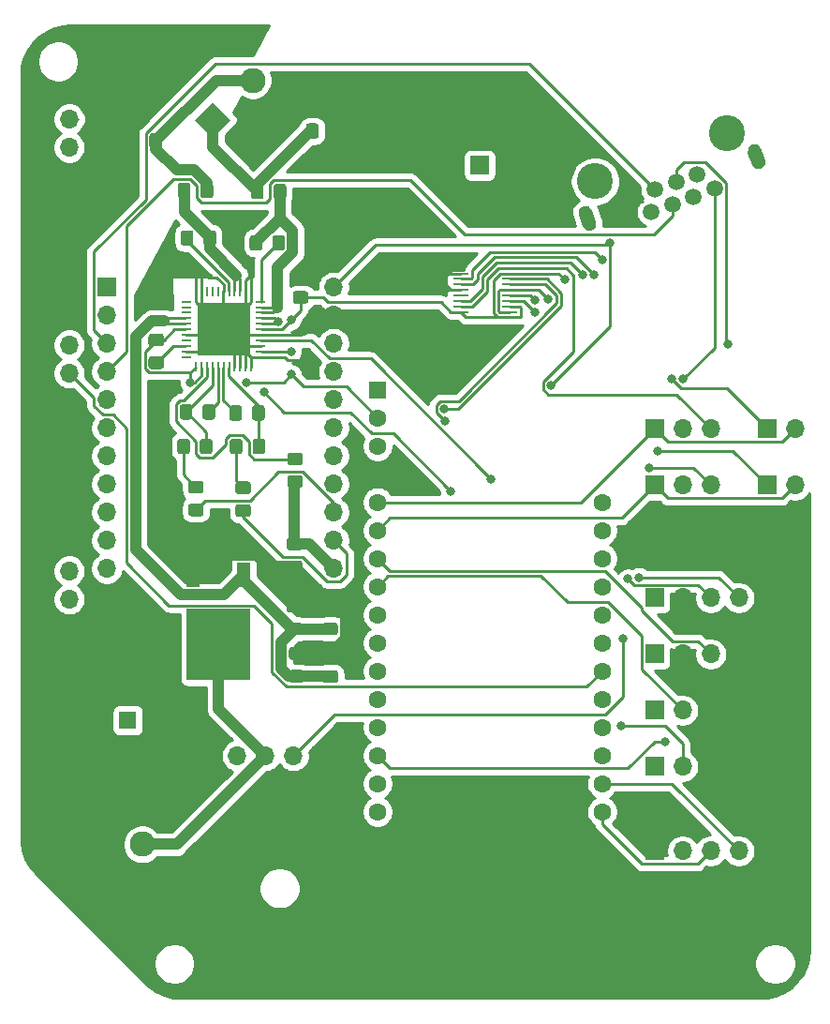
<source format=gbr>
G04 #@! TF.GenerationSoftware,KiCad,Pcbnew,(5.1.6)-1*
G04 #@! TF.CreationDate,2021-01-04T14:19:30-06:00*
G04 #@! TF.ProjectId,ControlBoardnRF_22PinSound_PowerAmp,436f6e74-726f-46c4-926f-6172646e5246,rev?*
G04 #@! TF.SameCoordinates,Original*
G04 #@! TF.FileFunction,Copper,L2,Bot*
G04 #@! TF.FilePolarity,Positive*
%FSLAX46Y46*%
G04 Gerber Fmt 4.6, Leading zero omitted, Abs format (unit mm)*
G04 Created by KiCad (PCBNEW (5.1.6)-1) date 2021-01-04 14:19:30*
%MOMM*%
%LPD*%
G01*
G04 APERTURE LIST*
G04 #@! TA.AperFunction,ComponentPad*
%ADD10C,1.600000*%
G04 #@! TD*
G04 #@! TA.AperFunction,ComponentPad*
%ADD11R,1.600000X1.600000*%
G04 #@! TD*
G04 #@! TA.AperFunction,ComponentPad*
%ADD12R,1.700000X1.700000*%
G04 #@! TD*
G04 #@! TA.AperFunction,ComponentPad*
%ADD13O,1.700000X1.700000*%
G04 #@! TD*
G04 #@! TA.AperFunction,WasherPad*
%ADD14C,3.250000*%
G04 #@! TD*
G04 #@! TA.AperFunction,ComponentPad*
%ADD15C,1.500000*%
G04 #@! TD*
G04 #@! TA.AperFunction,ComponentPad*
%ADD16C,0.100000*%
G04 #@! TD*
G04 #@! TA.AperFunction,ComponentPad*
%ADD17C,2.286000*%
G04 #@! TD*
G04 #@! TA.AperFunction,SMDPad,CuDef*
%ADD18R,1.200000X2.200000*%
G04 #@! TD*
G04 #@! TA.AperFunction,SMDPad,CuDef*
%ADD19R,5.800000X6.400000*%
G04 #@! TD*
G04 #@! TA.AperFunction,ComponentPad*
%ADD20C,0.800000*%
G04 #@! TD*
G04 #@! TA.AperFunction,SMDPad,CuDef*
%ADD21R,0.965200X0.254000*%
G04 #@! TD*
G04 #@! TA.AperFunction,SMDPad,CuDef*
%ADD22R,0.254000X0.965200*%
G04 #@! TD*
G04 #@! TA.AperFunction,SMDPad,CuDef*
%ADD23R,4.851400X4.851400*%
G04 #@! TD*
G04 #@! TA.AperFunction,SMDPad,CuDef*
%ADD24R,1.333500X0.279400*%
G04 #@! TD*
G04 #@! TA.AperFunction,ViaPad*
%ADD25C,0.800000*%
G04 #@! TD*
G04 #@! TA.AperFunction,Conductor*
%ADD26C,0.250000*%
G04 #@! TD*
G04 #@! TA.AperFunction,Conductor*
%ADD27C,1.000000*%
G04 #@! TD*
G04 #@! TA.AperFunction,Conductor*
%ADD28C,0.254000*%
G04 #@! TD*
G04 APERTURE END LIST*
D10*
X141067940Y-135378940D03*
X141067940Y-132838940D03*
X141067940Y-130298940D03*
X141067940Y-127758940D03*
X141067940Y-125218940D03*
X141067940Y-122678940D03*
X141067940Y-120138940D03*
X141067940Y-117598940D03*
X141067940Y-115058940D03*
X141067940Y-112518940D03*
X141067940Y-109978940D03*
X141067940Y-107438940D03*
X141067940Y-104898940D03*
D11*
X141067940Y-102358940D03*
D10*
X161367940Y-140458940D03*
X161367940Y-137918940D03*
X161367940Y-135378940D03*
X161367940Y-132838940D03*
X161367940Y-130298940D03*
X161367940Y-127758940D03*
X161367940Y-125218940D03*
X161367940Y-122678940D03*
X161367940Y-120138940D03*
X161367940Y-117598940D03*
X161367940Y-115058940D03*
X161367940Y-112518940D03*
X141067940Y-137918940D03*
X141067940Y-140458940D03*
D12*
X136000000Y-135400000D03*
D13*
X133460000Y-135400000D03*
X130920000Y-135400000D03*
X128380000Y-135400000D03*
X171180000Y-105900000D03*
X168640000Y-105900000D03*
D12*
X166100000Y-105900000D03*
X166100000Y-110980000D03*
D13*
X168640000Y-110980000D03*
X171180000Y-110980000D03*
D14*
X172661601Y-79202715D03*
X160727505Y-83546371D03*
D15*
X171518043Y-84216184D03*
X169950761Y-82892392D03*
X169610467Y-84910485D03*
X168043185Y-83586692D03*
X167702891Y-85604786D03*
X166135609Y-84280993D03*
X165795315Y-86299087D03*
G04 #@! TA.AperFunction,ComponentPad*
D16*
G36*
X164676287Y-84014009D02*
G01*
X165189318Y-85423548D01*
X163779779Y-85936579D01*
X163266748Y-84527040D01*
X164676287Y-84014009D01*
G37*
G04 #@! TD.AperFunction*
G04 #@! TA.AperFunction,ComponentPad*
G36*
G01*
X174923867Y-82054402D02*
X174546618Y-81017922D01*
G75*
G02*
X174922853Y-80211083I591537J215302D01*
G01*
X174922853Y-80211083D01*
G75*
G02*
X175729692Y-80587318I215302J-591537D01*
G01*
X176106940Y-81623798D01*
G75*
G02*
X175730705Y-82430637I-591537J-215302D01*
G01*
X175730705Y-82430637D01*
G75*
G02*
X174923866Y-82054402I-215302J591537D01*
G01*
G37*
G04 #@! TD.AperFunction*
G04 #@! TA.AperFunction,ComponentPad*
G36*
G01*
X159644465Y-87615650D02*
X159267216Y-86579170D01*
G75*
G02*
X159643451Y-85772331I591537J215302D01*
G01*
X159643451Y-85772331D01*
G75*
G02*
X160450290Y-86148566I215302J-591537D01*
G01*
X160827538Y-87185046D01*
G75*
G02*
X160451303Y-87991885I-591537J-215302D01*
G01*
X160451303Y-87991885D01*
G75*
G02*
X159644464Y-87615650I-215302J591537D01*
G01*
G37*
G04 #@! TD.AperFunction*
D12*
X116600000Y-93100000D03*
D13*
X137100000Y-93100000D03*
X116600000Y-95640000D03*
X137100000Y-95640000D03*
X116600000Y-98180000D03*
X137100000Y-98180000D03*
X116600000Y-100720000D03*
X137100000Y-100720000D03*
X116600000Y-103260000D03*
X137100000Y-103260000D03*
X116600000Y-105800000D03*
X137100000Y-105800000D03*
X116600000Y-108340000D03*
X137100000Y-108340000D03*
X116600000Y-110880000D03*
X137100000Y-110880000D03*
X116600000Y-113420000D03*
X137100000Y-113420000D03*
X116600000Y-115960000D03*
X137100000Y-115960000D03*
X116600000Y-118500000D03*
X137100000Y-118500000D03*
X173720000Y-144000000D03*
X171180000Y-144000000D03*
X168640000Y-144000000D03*
D12*
X166100000Y-144000000D03*
G04 #@! TA.AperFunction,ComponentPad*
D16*
G36*
X126200000Y-79616446D02*
G01*
X124583554Y-78000000D01*
X126200000Y-76383554D01*
X127816446Y-78000000D01*
X126200000Y-79616446D01*
G37*
G04 #@! TD.AperFunction*
D17*
X129792102Y-74407898D03*
G04 #@! TA.AperFunction,SMDPad,CuDef*
G36*
G01*
X128461919Y-110641060D02*
X129361921Y-110641060D01*
G75*
G02*
X129611920Y-110891059I0J-249999D01*
G01*
X129611920Y-111541061D01*
G75*
G02*
X129361921Y-111791060I-249999J0D01*
G01*
X128461919Y-111791060D01*
G75*
G02*
X128211920Y-111541061I0J249999D01*
G01*
X128211920Y-110891059D01*
G75*
G02*
X128461919Y-110641060I249999J0D01*
G01*
G37*
G04 #@! TD.AperFunction*
G04 #@! TA.AperFunction,SMDPad,CuDef*
G36*
G01*
X128461919Y-112691060D02*
X129361921Y-112691060D01*
G75*
G02*
X129611920Y-112941059I0J-249999D01*
G01*
X129611920Y-113591061D01*
G75*
G02*
X129361921Y-113841060I-249999J0D01*
G01*
X128461919Y-113841060D01*
G75*
G02*
X128211920Y-113591061I0J249999D01*
G01*
X128211920Y-112941059D01*
G75*
G02*
X128461919Y-112691060I249999J0D01*
G01*
G37*
G04 #@! TD.AperFunction*
G04 #@! TA.AperFunction,SMDPad,CuDef*
G36*
G01*
X124207419Y-112630100D02*
X125107421Y-112630100D01*
G75*
G02*
X125357420Y-112880099I0J-249999D01*
G01*
X125357420Y-113530101D01*
G75*
G02*
X125107421Y-113780100I-249999J0D01*
G01*
X124207419Y-113780100D01*
G75*
G02*
X123957420Y-113530101I0J249999D01*
G01*
X123957420Y-112880099D01*
G75*
G02*
X124207419Y-112630100I249999J0D01*
G01*
G37*
G04 #@! TD.AperFunction*
G04 #@! TA.AperFunction,SMDPad,CuDef*
G36*
G01*
X124207419Y-110580100D02*
X125107421Y-110580100D01*
G75*
G02*
X125357420Y-110830099I0J-249999D01*
G01*
X125357420Y-111480101D01*
G75*
G02*
X125107421Y-111730100I-249999J0D01*
G01*
X124207419Y-111730100D01*
G75*
G02*
X123957420Y-111480101I0J249999D01*
G01*
X123957420Y-110830099D01*
G75*
G02*
X124207419Y-110580100I249999J0D01*
G01*
G37*
G04 #@! TD.AperFunction*
D11*
X118500000Y-132200000D03*
D10*
X122000000Y-132200000D03*
G04 #@! TA.AperFunction,SMDPad,CuDef*
G36*
G01*
X133106039Y-121329120D02*
X134006041Y-121329120D01*
G75*
G02*
X134256040Y-121579119I0J-249999D01*
G01*
X134256040Y-122229121D01*
G75*
G02*
X134006041Y-122479120I-249999J0D01*
G01*
X133106039Y-122479120D01*
G75*
G02*
X132856040Y-122229121I0J249999D01*
G01*
X132856040Y-121579119D01*
G75*
G02*
X133106039Y-121329120I249999J0D01*
G01*
G37*
G04 #@! TD.AperFunction*
G04 #@! TA.AperFunction,SMDPad,CuDef*
G36*
G01*
X133106039Y-123379120D02*
X134006041Y-123379120D01*
G75*
G02*
X134256040Y-123629119I0J-249999D01*
G01*
X134256040Y-124279121D01*
G75*
G02*
X134006041Y-124529120I-249999J0D01*
G01*
X133106039Y-124529120D01*
G75*
G02*
X132856040Y-124279121I0J249999D01*
G01*
X132856040Y-123629119D01*
G75*
G02*
X133106039Y-123379120I249999J0D01*
G01*
G37*
G04 #@! TD.AperFunction*
G04 #@! TA.AperFunction,SMDPad,CuDef*
G36*
G01*
X136331839Y-121329120D02*
X137231841Y-121329120D01*
G75*
G02*
X137481840Y-121579119I0J-249999D01*
G01*
X137481840Y-122229121D01*
G75*
G02*
X137231841Y-122479120I-249999J0D01*
G01*
X136331839Y-122479120D01*
G75*
G02*
X136081840Y-122229121I0J249999D01*
G01*
X136081840Y-121579119D01*
G75*
G02*
X136331839Y-121329120I249999J0D01*
G01*
G37*
G04 #@! TD.AperFunction*
G04 #@! TA.AperFunction,SMDPad,CuDef*
G36*
G01*
X136331839Y-123379120D02*
X137231841Y-123379120D01*
G75*
G02*
X137481840Y-123629119I0J-249999D01*
G01*
X137481840Y-124279121D01*
G75*
G02*
X137231841Y-124529120I-249999J0D01*
G01*
X136331839Y-124529120D01*
G75*
G02*
X136081840Y-124279121I0J249999D01*
G01*
X136081840Y-123629119D01*
G75*
G02*
X136331839Y-123379120I249999J0D01*
G01*
G37*
G04 #@! TD.AperFunction*
G04 #@! TA.AperFunction,SMDPad,CuDef*
G36*
G01*
X133315859Y-127646580D02*
X134215861Y-127646580D01*
G75*
G02*
X134465860Y-127896579I0J-249999D01*
G01*
X134465860Y-128546581D01*
G75*
G02*
X134215861Y-128796580I-249999J0D01*
G01*
X133315859Y-128796580D01*
G75*
G02*
X133065860Y-128546581I0J249999D01*
G01*
X133065860Y-127896579D01*
G75*
G02*
X133315859Y-127646580I249999J0D01*
G01*
G37*
G04 #@! TD.AperFunction*
G04 #@! TA.AperFunction,SMDPad,CuDef*
G36*
G01*
X133315859Y-125596580D02*
X134215861Y-125596580D01*
G75*
G02*
X134465860Y-125846579I0J-249999D01*
G01*
X134465860Y-126496581D01*
G75*
G02*
X134215861Y-126746580I-249999J0D01*
G01*
X133315859Y-126746580D01*
G75*
G02*
X133065860Y-126496581I0J249999D01*
G01*
X133065860Y-125846579D01*
G75*
G02*
X133315859Y-125596580I249999J0D01*
G01*
G37*
G04 #@! TD.AperFunction*
G04 #@! TA.AperFunction,SMDPad,CuDef*
G36*
G01*
X136361319Y-127687220D02*
X137261321Y-127687220D01*
G75*
G02*
X137511320Y-127937219I0J-249999D01*
G01*
X137511320Y-128587221D01*
G75*
G02*
X137261321Y-128837220I-249999J0D01*
G01*
X136361319Y-128837220D01*
G75*
G02*
X136111320Y-128587221I0J249999D01*
G01*
X136111320Y-127937219D01*
G75*
G02*
X136361319Y-127687220I249999J0D01*
G01*
G37*
G04 #@! TD.AperFunction*
G04 #@! TA.AperFunction,SMDPad,CuDef*
G36*
G01*
X136361319Y-125637220D02*
X137261321Y-125637220D01*
G75*
G02*
X137511320Y-125887219I0J-249999D01*
G01*
X137511320Y-126537221D01*
G75*
G02*
X137261321Y-126787220I-249999J0D01*
G01*
X136361319Y-126787220D01*
G75*
G02*
X136111320Y-126537221I0J249999D01*
G01*
X136111320Y-125887219D01*
G75*
G02*
X136361319Y-125637220I249999J0D01*
G01*
G37*
G04 #@! TD.AperFunction*
G04 #@! TA.AperFunction,SMDPad,CuDef*
G36*
G01*
X133168539Y-108042640D02*
X134068541Y-108042640D01*
G75*
G02*
X134318540Y-108292639I0J-249999D01*
G01*
X134318540Y-108942641D01*
G75*
G02*
X134068541Y-109192640I-249999J0D01*
G01*
X133168539Y-109192640D01*
G75*
G02*
X132918540Y-108942641I0J249999D01*
G01*
X132918540Y-108292639D01*
G75*
G02*
X133168539Y-108042640I249999J0D01*
G01*
G37*
G04 #@! TD.AperFunction*
G04 #@! TA.AperFunction,SMDPad,CuDef*
G36*
G01*
X133168539Y-110092640D02*
X134068541Y-110092640D01*
G75*
G02*
X134318540Y-110342639I0J-249999D01*
G01*
X134318540Y-110992641D01*
G75*
G02*
X134068541Y-111242640I-249999J0D01*
G01*
X133168539Y-111242640D01*
G75*
G02*
X132918540Y-110992641I0J249999D01*
G01*
X132918540Y-110342639D01*
G75*
G02*
X133168539Y-110092640I249999J0D01*
G01*
G37*
G04 #@! TD.AperFunction*
G04 #@! TA.AperFunction,SMDPad,CuDef*
G36*
G01*
X129506480Y-89551661D02*
X129506480Y-88651659D01*
G75*
G02*
X129756479Y-88401660I249999J0D01*
G01*
X130406481Y-88401660D01*
G75*
G02*
X130656480Y-88651659I0J-249999D01*
G01*
X130656480Y-89551661D01*
G75*
G02*
X130406481Y-89801660I-249999J0D01*
G01*
X129756479Y-89801660D01*
G75*
G02*
X129506480Y-89551661I0J249999D01*
G01*
G37*
G04 #@! TD.AperFunction*
G04 #@! TA.AperFunction,SMDPad,CuDef*
G36*
G01*
X131556480Y-89551661D02*
X131556480Y-88651659D01*
G75*
G02*
X131806479Y-88401660I249999J0D01*
G01*
X132456481Y-88401660D01*
G75*
G02*
X132706480Y-88651659I0J-249999D01*
G01*
X132706480Y-89551661D01*
G75*
G02*
X132456481Y-89801660I-249999J0D01*
G01*
X131806479Y-89801660D01*
G75*
G02*
X131556480Y-89551661I0J249999D01*
G01*
G37*
G04 #@! TD.AperFunction*
G04 #@! TA.AperFunction,SMDPad,CuDef*
G36*
G01*
X124430940Y-88204619D02*
X124430940Y-89104621D01*
G75*
G02*
X124180941Y-89354620I-249999J0D01*
G01*
X123530939Y-89354620D01*
G75*
G02*
X123280940Y-89104621I0J249999D01*
G01*
X123280940Y-88204619D01*
G75*
G02*
X123530939Y-87954620I249999J0D01*
G01*
X124180941Y-87954620D01*
G75*
G02*
X124430940Y-88204619I0J-249999D01*
G01*
G37*
G04 #@! TD.AperFunction*
G04 #@! TA.AperFunction,SMDPad,CuDef*
G36*
G01*
X126480940Y-88204619D02*
X126480940Y-89104621D01*
G75*
G02*
X126230941Y-89354620I-249999J0D01*
G01*
X125580939Y-89354620D01*
G75*
G02*
X125330940Y-89104621I0J249999D01*
G01*
X125330940Y-88204619D01*
G75*
G02*
X125580939Y-87954620I249999J0D01*
G01*
X126230941Y-87954620D01*
G75*
G02*
X126480940Y-88204619I0J-249999D01*
G01*
G37*
G04 #@! TD.AperFunction*
G04 #@! TA.AperFunction,SMDPad,CuDef*
G36*
G01*
X135750000Y-78549999D02*
X135750000Y-79450001D01*
G75*
G02*
X135500001Y-79700000I-249999J0D01*
G01*
X134849999Y-79700000D01*
G75*
G02*
X134600000Y-79450001I0J249999D01*
G01*
X134600000Y-78549999D01*
G75*
G02*
X134849999Y-78300000I249999J0D01*
G01*
X135500001Y-78300000D01*
G75*
G02*
X135750000Y-78549999I0J-249999D01*
G01*
G37*
G04 #@! TD.AperFunction*
G04 #@! TA.AperFunction,SMDPad,CuDef*
G36*
G01*
X137800000Y-78549999D02*
X137800000Y-79450001D01*
G75*
G02*
X137550001Y-79700000I-249999J0D01*
G01*
X136899999Y-79700000D01*
G75*
G02*
X136650000Y-79450001I0J249999D01*
G01*
X136650000Y-78549999D01*
G75*
G02*
X136899999Y-78300000I249999J0D01*
G01*
X137550001Y-78300000D01*
G75*
G02*
X137800000Y-78549999I0J-249999D01*
G01*
G37*
G04 #@! TD.AperFunction*
G04 #@! TA.AperFunction,SMDPad,CuDef*
G36*
G01*
X121600000Y-79446699D02*
X121600000Y-80346701D01*
G75*
G02*
X121350001Y-80596700I-249999J0D01*
G01*
X120699999Y-80596700D01*
G75*
G02*
X120450000Y-80346701I0J249999D01*
G01*
X120450000Y-79446699D01*
G75*
G02*
X120699999Y-79196700I249999J0D01*
G01*
X121350001Y-79196700D01*
G75*
G02*
X121600000Y-79446699I0J-249999D01*
G01*
G37*
G04 #@! TD.AperFunction*
G04 #@! TA.AperFunction,SMDPad,CuDef*
G36*
G01*
X119550000Y-79446699D02*
X119550000Y-80346701D01*
G75*
G02*
X119300001Y-80596700I-249999J0D01*
G01*
X118649999Y-80596700D01*
G75*
G02*
X118400000Y-80346701I0J249999D01*
G01*
X118400000Y-79446699D01*
G75*
G02*
X118649999Y-79196700I249999J0D01*
G01*
X119300001Y-79196700D01*
G75*
G02*
X119550000Y-79446699I0J-249999D01*
G01*
G37*
G04 #@! TD.AperFunction*
G04 #@! TA.AperFunction,SMDPad,CuDef*
G36*
G01*
X133115199Y-117773600D02*
X134015201Y-117773600D01*
G75*
G02*
X134265200Y-118023599I0J-249999D01*
G01*
X134265200Y-118673601D01*
G75*
G02*
X134015201Y-118923600I-249999J0D01*
G01*
X133115199Y-118923600D01*
G75*
G02*
X132865200Y-118673601I0J249999D01*
G01*
X132865200Y-118023599D01*
G75*
G02*
X133115199Y-117773600I249999J0D01*
G01*
G37*
G04 #@! TD.AperFunction*
G04 #@! TA.AperFunction,SMDPad,CuDef*
G36*
G01*
X133115199Y-115723600D02*
X134015201Y-115723600D01*
G75*
G02*
X134265200Y-115973599I0J-249999D01*
G01*
X134265200Y-116623601D01*
G75*
G02*
X134015201Y-116873600I-249999J0D01*
G01*
X133115199Y-116873600D01*
G75*
G02*
X132865200Y-116623601I0J249999D01*
G01*
X132865200Y-115973599D01*
G75*
G02*
X133115199Y-115723600I249999J0D01*
G01*
G37*
G04 #@! TD.AperFunction*
G04 #@! TA.AperFunction,SMDPad,CuDef*
G36*
G01*
X130775860Y-84005999D02*
X130775860Y-84906001D01*
G75*
G02*
X130525861Y-85156000I-249999J0D01*
G01*
X129875859Y-85156000D01*
G75*
G02*
X129625860Y-84906001I0J249999D01*
G01*
X129625860Y-84005999D01*
G75*
G02*
X129875859Y-83756000I249999J0D01*
G01*
X130525861Y-83756000D01*
G75*
G02*
X130775860Y-84005999I0J-249999D01*
G01*
G37*
G04 #@! TD.AperFunction*
G04 #@! TA.AperFunction,SMDPad,CuDef*
G36*
G01*
X132825860Y-84005999D02*
X132825860Y-84906001D01*
G75*
G02*
X132575861Y-85156000I-249999J0D01*
G01*
X131925859Y-85156000D01*
G75*
G02*
X131675860Y-84906001I0J249999D01*
G01*
X131675860Y-84005999D01*
G75*
G02*
X131925859Y-83756000I249999J0D01*
G01*
X132575861Y-83756000D01*
G75*
G02*
X132825860Y-84005999I0J-249999D01*
G01*
G37*
G04 #@! TD.AperFunction*
G04 #@! TA.AperFunction,SMDPad,CuDef*
G36*
G01*
X123014240Y-84814561D02*
X123014240Y-83914559D01*
G75*
G02*
X123264239Y-83664560I249999J0D01*
G01*
X123914241Y-83664560D01*
G75*
G02*
X124164240Y-83914559I0J-249999D01*
G01*
X124164240Y-84814561D01*
G75*
G02*
X123914241Y-85064560I-249999J0D01*
G01*
X123264239Y-85064560D01*
G75*
G02*
X123014240Y-84814561I0J249999D01*
G01*
G37*
G04 #@! TD.AperFunction*
G04 #@! TA.AperFunction,SMDPad,CuDef*
G36*
G01*
X125064240Y-84814561D02*
X125064240Y-83914559D01*
G75*
G02*
X125314239Y-83664560I249999J0D01*
G01*
X125964241Y-83664560D01*
G75*
G02*
X126214240Y-83914559I0J-249999D01*
G01*
X126214240Y-84814561D01*
G75*
G02*
X125964241Y-85064560I-249999J0D01*
G01*
X125314239Y-85064560D01*
G75*
G02*
X125064240Y-84814561I0J249999D01*
G01*
G37*
G04 #@! TD.AperFunction*
D12*
X150300000Y-82100000D03*
D13*
X152840000Y-82100000D03*
G04 #@! TA.AperFunction,ComponentPad*
D16*
G36*
X116200000Y-148616446D02*
G01*
X114583554Y-147000000D01*
X116200000Y-145383554D01*
X117816446Y-147000000D01*
X116200000Y-148616446D01*
G37*
G04 #@! TD.AperFunction*
D17*
X119792102Y-143407898D03*
G04 #@! TA.AperFunction,SMDPad,CuDef*
G36*
G01*
X128868320Y-107031099D02*
X128868320Y-107931101D01*
G75*
G02*
X128618321Y-108181100I-249999J0D01*
G01*
X127968319Y-108181100D01*
G75*
G02*
X127718320Y-107931101I0J249999D01*
G01*
X127718320Y-107031099D01*
G75*
G02*
X127968319Y-106781100I249999J0D01*
G01*
X128618321Y-106781100D01*
G75*
G02*
X128868320Y-107031099I0J-249999D01*
G01*
G37*
G04 #@! TD.AperFunction*
G04 #@! TA.AperFunction,SMDPad,CuDef*
G36*
G01*
X130918320Y-107031099D02*
X130918320Y-107931101D01*
G75*
G02*
X130668321Y-108181100I-249999J0D01*
G01*
X130018319Y-108181100D01*
G75*
G02*
X129768320Y-107931101I0J249999D01*
G01*
X129768320Y-107031099D01*
G75*
G02*
X130018319Y-106781100I249999J0D01*
G01*
X130668321Y-106781100D01*
G75*
G02*
X130918320Y-107031099I0J-249999D01*
G01*
G37*
G04 #@! TD.AperFunction*
G04 #@! TA.AperFunction,SMDPad,CuDef*
G36*
G01*
X126158360Y-107031099D02*
X126158360Y-107931101D01*
G75*
G02*
X125908361Y-108181100I-249999J0D01*
G01*
X125258359Y-108181100D01*
G75*
G02*
X125008360Y-107931101I0J249999D01*
G01*
X125008360Y-107031099D01*
G75*
G02*
X125258359Y-106781100I249999J0D01*
G01*
X125908361Y-106781100D01*
G75*
G02*
X126158360Y-107031099I0J-249999D01*
G01*
G37*
G04 #@! TD.AperFunction*
G04 #@! TA.AperFunction,SMDPad,CuDef*
G36*
G01*
X124108360Y-107031099D02*
X124108360Y-107931101D01*
G75*
G02*
X123858361Y-108181100I-249999J0D01*
G01*
X123208359Y-108181100D01*
G75*
G02*
X122958360Y-107931101I0J249999D01*
G01*
X122958360Y-107031099D01*
G75*
G02*
X123208359Y-106781100I249999J0D01*
G01*
X123858361Y-106781100D01*
G75*
G02*
X124108360Y-107031099I0J-249999D01*
G01*
G37*
G04 #@! TD.AperFunction*
G04 #@! TA.AperFunction,SMDPad,CuDef*
G36*
G01*
X127667520Y-104898341D02*
X127667520Y-103998339D01*
G75*
G02*
X127917519Y-103748340I249999J0D01*
G01*
X128567521Y-103748340D01*
G75*
G02*
X128817520Y-103998339I0J-249999D01*
G01*
X128817520Y-104898341D01*
G75*
G02*
X128567521Y-105148340I-249999J0D01*
G01*
X127917519Y-105148340D01*
G75*
G02*
X127667520Y-104898341I0J249999D01*
G01*
G37*
G04 #@! TD.AperFunction*
G04 #@! TA.AperFunction,SMDPad,CuDef*
G36*
G01*
X129717520Y-104898341D02*
X129717520Y-103998339D01*
G75*
G02*
X129967519Y-103748340I249999J0D01*
G01*
X130617521Y-103748340D01*
G75*
G02*
X130867520Y-103998339I0J-249999D01*
G01*
X130867520Y-104898341D01*
G75*
G02*
X130617521Y-105148340I-249999J0D01*
G01*
X129967519Y-105148340D01*
G75*
G02*
X129717520Y-104898341I0J249999D01*
G01*
G37*
G04 #@! TD.AperFunction*
G04 #@! TA.AperFunction,SMDPad,CuDef*
G36*
G01*
X124334420Y-103909439D02*
X124334420Y-104809441D01*
G75*
G02*
X124084421Y-105059440I-249999J0D01*
G01*
X123434419Y-105059440D01*
G75*
G02*
X123184420Y-104809441I0J249999D01*
G01*
X123184420Y-103909439D01*
G75*
G02*
X123434419Y-103659440I249999J0D01*
G01*
X124084421Y-103659440D01*
G75*
G02*
X124334420Y-103909439I0J-249999D01*
G01*
G37*
G04 #@! TD.AperFunction*
G04 #@! TA.AperFunction,SMDPad,CuDef*
G36*
G01*
X126384420Y-103909439D02*
X126384420Y-104809441D01*
G75*
G02*
X126134421Y-105059440I-249999J0D01*
G01*
X125484419Y-105059440D01*
G75*
G02*
X125234420Y-104809441I0J249999D01*
G01*
X125234420Y-103909439D01*
G75*
G02*
X125484419Y-103659440I249999J0D01*
G01*
X126134421Y-103659440D01*
G75*
G02*
X126384420Y-103909439I0J-249999D01*
G01*
G37*
G04 #@! TD.AperFunction*
G04 #@! TA.AperFunction,SMDPad,CuDef*
G36*
G01*
X134574001Y-94599400D02*
X133673999Y-94599400D01*
G75*
G02*
X133424000Y-94349401I0J249999D01*
G01*
X133424000Y-93699399D01*
G75*
G02*
X133673999Y-93449400I249999J0D01*
G01*
X134574001Y-93449400D01*
G75*
G02*
X134824000Y-93699399I0J-249999D01*
G01*
X134824000Y-94349401D01*
G75*
G02*
X134574001Y-94599400I-249999J0D01*
G01*
G37*
G04 #@! TD.AperFunction*
G04 #@! TA.AperFunction,SMDPad,CuDef*
G36*
G01*
X134574001Y-92549400D02*
X133673999Y-92549400D01*
G75*
G02*
X133424000Y-92299401I0J249999D01*
G01*
X133424000Y-91649399D01*
G75*
G02*
X133673999Y-91399400I249999J0D01*
G01*
X134574001Y-91399400D01*
G75*
G02*
X134824000Y-91649399I0J-249999D01*
G01*
X134824000Y-92299401D01*
G75*
G02*
X134574001Y-92549400I-249999J0D01*
G01*
G37*
G04 #@! TD.AperFunction*
G04 #@! TA.AperFunction,SMDPad,CuDef*
G36*
G01*
X121515861Y-100495900D02*
X120615859Y-100495900D01*
G75*
G02*
X120365860Y-100245901I0J249999D01*
G01*
X120365860Y-99595899D01*
G75*
G02*
X120615859Y-99345900I249999J0D01*
G01*
X121515861Y-99345900D01*
G75*
G02*
X121765860Y-99595899I0J-249999D01*
G01*
X121765860Y-100245901D01*
G75*
G02*
X121515861Y-100495900I-249999J0D01*
G01*
G37*
G04 #@! TD.AperFunction*
G04 #@! TA.AperFunction,SMDPad,CuDef*
G36*
G01*
X121515861Y-98445900D02*
X120615859Y-98445900D01*
G75*
G02*
X120365860Y-98195901I0J249999D01*
G01*
X120365860Y-97545899D01*
G75*
G02*
X120615859Y-97295900I249999J0D01*
G01*
X121515861Y-97295900D01*
G75*
G02*
X121765860Y-97545899I0J-249999D01*
G01*
X121765860Y-98195901D01*
G75*
G02*
X121515861Y-98445900I-249999J0D01*
G01*
G37*
G04 #@! TD.AperFunction*
D18*
X124428200Y-119051400D03*
X128988200Y-119051400D03*
D19*
X126708200Y-125351400D03*
D12*
X166100000Y-121140000D03*
D13*
X168640000Y-121140000D03*
X171180000Y-121140000D03*
X173720000Y-121140000D03*
D12*
X166100000Y-126220000D03*
D13*
X168640000Y-126220000D03*
X171180000Y-126220000D03*
X171180000Y-131300000D03*
X168640000Y-131300000D03*
D12*
X166100000Y-131300000D03*
X113200000Y-83000000D03*
D13*
X113200000Y-80460000D03*
X113200000Y-77920000D03*
D12*
X113200000Y-103400000D03*
D13*
X113200000Y-100860000D03*
X113200000Y-98320000D03*
X113200000Y-118720000D03*
X113200000Y-121260000D03*
D12*
X113200000Y-123800000D03*
X166100000Y-136380000D03*
D13*
X168640000Y-136380000D03*
X171180000Y-136380000D03*
D20*
X126543575Y-98112850D03*
X127756425Y-98112850D03*
X127756425Y-95687150D03*
X126543575Y-95687150D03*
X128362850Y-96900000D03*
X125937150Y-96900000D03*
X127150000Y-96900000D03*
D21*
X130528200Y-94400000D03*
X130528200Y-94899999D03*
X130528200Y-95400000D03*
X130528200Y-95899999D03*
X130528200Y-96400001D03*
X130528200Y-96900000D03*
X130528200Y-97399999D03*
X130528200Y-97900001D03*
X130528200Y-98400000D03*
X130528200Y-98900001D03*
X130528200Y-99400000D03*
D22*
X129650000Y-100278200D03*
X129150001Y-100278200D03*
X128650000Y-100278200D03*
X128150001Y-100278200D03*
X127649999Y-100278200D03*
X127150000Y-100278200D03*
X126650001Y-100278200D03*
X126149999Y-100278200D03*
X125650000Y-100278200D03*
X125149999Y-100278200D03*
X124650000Y-100278200D03*
D21*
X123771800Y-99400000D03*
X123771800Y-98900001D03*
X123771800Y-98400000D03*
X123771800Y-97900001D03*
X123771800Y-97399999D03*
X123771800Y-96900000D03*
X123771800Y-96400001D03*
X123771800Y-95899999D03*
X123771800Y-95400000D03*
X123771800Y-94899999D03*
X123771800Y-94400000D03*
D22*
X124650000Y-93521800D03*
X125149999Y-93521800D03*
X125650000Y-93521800D03*
X126149999Y-93521800D03*
X126650001Y-93521800D03*
X127150000Y-93521800D03*
X127649999Y-93521800D03*
X128150001Y-93521800D03*
X128650000Y-93521800D03*
X129150001Y-93521800D03*
X129650000Y-93521800D03*
D23*
X127150000Y-96900000D03*
D24*
X153016150Y-91848670D03*
X153016150Y-92349050D03*
X153016150Y-92849430D03*
X153016150Y-93349810D03*
X153016150Y-93850190D03*
X153016150Y-94350570D03*
X153016150Y-94850950D03*
X153016150Y-95351330D03*
X148583850Y-95351330D03*
X148583850Y-94850950D03*
X148583850Y-94350570D03*
X148583850Y-93850190D03*
X148583850Y-93349810D03*
X148583850Y-92849430D03*
X148583850Y-92349050D03*
X148583850Y-91848670D03*
D13*
X178800000Y-105900000D03*
D12*
X176260000Y-105900000D03*
X176260000Y-110980000D03*
D13*
X178800000Y-110980000D03*
D25*
X162100000Y-89079858D03*
X163217941Y-124818939D03*
X156774903Y-101991210D03*
X133556040Y-120228360D03*
X117700000Y-82300000D03*
X134493000Y-97075000D03*
X138800000Y-76700000D03*
X147600000Y-75900000D03*
X137600000Y-86500000D03*
X146300000Y-91800000D03*
X156500000Y-94200000D03*
X133266878Y-100982382D03*
X133258494Y-98923386D03*
X124131502Y-101679602D03*
X129196423Y-101679718D03*
X133245721Y-96066901D03*
X157989766Y-92415086D03*
X132058980Y-96177000D03*
X123268199Y-120851401D03*
X151300000Y-110400000D03*
X163100000Y-132725000D03*
X155300000Y-95400000D03*
X163703939Y-119431068D03*
X155300000Y-94300000D03*
X164696084Y-119305885D03*
X168691527Y-101381208D03*
X167100000Y-134100000D03*
X172725000Y-98275000D03*
X130800000Y-102600000D03*
X147700000Y-111500000D03*
X159634339Y-92009668D03*
X165650000Y-109425000D03*
X147200000Y-105200000D03*
X147100000Y-104100000D03*
X161375000Y-90600000D03*
X167657631Y-101389785D03*
X160649990Y-92000000D03*
X166350000Y-107875000D03*
D26*
X163217941Y-130113941D02*
X163217941Y-124818939D01*
X161617943Y-131713939D02*
X163217941Y-130113941D01*
X137146061Y-131713939D02*
X161617943Y-131713939D01*
X133460000Y-135400000D02*
X137146061Y-131713939D01*
X162100000Y-96666113D02*
X156774903Y-101991210D01*
X162100000Y-89079858D02*
X162100000Y-96666113D01*
X137100000Y-93100000D02*
X140899991Y-89300009D01*
X161879849Y-89300009D02*
X162100000Y-89079858D01*
X140899991Y-89300009D02*
X161879849Y-89300009D01*
D27*
X133806500Y-126212220D02*
X133765860Y-126171580D01*
X136811320Y-126212220D02*
X133806500Y-126212220D01*
X136781840Y-121904120D02*
X133556040Y-121904120D01*
X133556040Y-118357760D02*
X133565200Y-118348600D01*
X133556040Y-121904120D02*
X133556040Y-120228360D01*
X133556040Y-120228360D02*
X133556040Y-118357760D01*
X126228201Y-117251399D02*
X124428200Y-119051400D01*
X130148201Y-117251399D02*
X126228201Y-117251399D01*
X133565200Y-118348600D02*
X131245402Y-118348600D01*
X131245402Y-118348600D02*
X130148201Y-117251399D01*
D26*
X126639001Y-97401999D02*
X127139000Y-96902000D01*
X123693400Y-97401999D02*
X126639001Y-97401999D01*
X125138999Y-98902001D02*
X127139000Y-96902000D01*
X123693400Y-98902001D02*
X125138999Y-98902001D01*
X128139001Y-97902001D02*
X127139000Y-96902000D01*
X128139001Y-100347600D02*
X128139001Y-97902001D01*
X128639000Y-98402000D02*
X127139000Y-96902000D01*
X128639000Y-100347600D02*
X128639000Y-98402000D01*
X129139001Y-98902001D02*
X127139000Y-96902000D01*
X129139001Y-100347600D02*
X129139001Y-98902001D01*
X129639000Y-99402000D02*
X127139000Y-96902000D01*
X129639000Y-100347600D02*
X129639000Y-99402000D01*
X130584600Y-99402000D02*
X129639000Y-99402000D01*
X130584600Y-98402000D02*
X128639000Y-98402000D01*
X127638999Y-97401999D02*
X127139000Y-96902000D01*
X130584600Y-97401999D02*
X127638999Y-97401999D01*
X129639000Y-94402000D02*
X127139000Y-96902000D01*
X129639000Y-93456400D02*
X129639000Y-94402000D01*
X129139001Y-94901999D02*
X127139000Y-96902000D01*
X129139001Y-93456400D02*
X129139001Y-94901999D01*
X127139000Y-93456400D02*
X127139000Y-96902000D01*
X125138999Y-94901999D02*
X127139000Y-96902000D01*
X125138999Y-93456400D02*
X125138999Y-94901999D01*
X124639000Y-94402000D02*
X127139000Y-96902000D01*
X124639000Y-93456400D02*
X124639000Y-94402000D01*
D27*
X138181850Y-124841690D02*
X136811320Y-126212220D01*
X138181850Y-122604130D02*
X138181850Y-124841690D01*
X136781840Y-121904120D02*
X137481840Y-121904120D01*
X137481840Y-121904120D02*
X138181850Y-122604130D01*
D26*
X124650000Y-93521800D02*
X124650000Y-91450000D01*
X132662106Y-99400000D02*
X132962106Y-99700000D01*
X130528200Y-99400000D02*
X132662106Y-99400000D01*
X132962106Y-99700000D02*
X134200000Y-99700000D01*
X125799998Y-92200000D02*
X125149999Y-91550001D01*
X126500000Y-92200000D02*
X125799998Y-92200000D01*
X127150000Y-93521800D02*
X127150000Y-92850000D01*
X125149999Y-91550001D02*
X125149999Y-93521800D01*
X127150000Y-92850000D02*
X126500000Y-92200000D01*
X129150001Y-93521800D02*
X129150001Y-92449999D01*
X129650000Y-93521800D02*
X129650000Y-91950000D01*
X129150001Y-92449999D02*
X129650000Y-91950000D01*
X129650000Y-91950000D02*
X129650000Y-91350000D01*
X130528200Y-97399999D02*
X133300001Y-97399999D01*
X133300001Y-97399999D02*
X134168001Y-97399999D01*
X134168001Y-97399999D02*
X134493000Y-97075000D01*
X148583850Y-91848670D02*
X146348670Y-91848670D01*
X146348670Y-91848670D02*
X146300000Y-91800000D01*
X148583850Y-93349810D02*
X147667100Y-93349810D01*
X146300000Y-91982710D02*
X146300000Y-91800000D01*
X147667100Y-93349810D02*
X146300000Y-91982710D01*
X153016150Y-93349810D02*
X155649810Y-93349810D01*
X155649810Y-93349810D02*
X156500000Y-94200000D01*
X152125078Y-93349810D02*
X152024399Y-93450489D01*
X152024399Y-93450489D02*
X152024400Y-95276330D01*
X152024400Y-95276330D02*
X152099400Y-95351330D01*
X153016150Y-93349810D02*
X152125078Y-93349810D01*
X152099400Y-95351330D02*
X153016150Y-95351330D01*
X134073200Y-94075200D02*
X134124000Y-94024400D01*
X134124000Y-95188622D02*
X134124000Y-94024400D01*
X133245721Y-96066901D02*
X134124000Y-95188622D01*
X130605985Y-98923386D02*
X130584600Y-98902001D01*
X133258494Y-98923386D02*
X130605985Y-98923386D01*
X133067616Y-100783120D02*
X133266878Y-100982382D01*
X122734760Y-96902000D02*
X123693400Y-96902000D01*
X121065860Y-97870900D02*
X121765860Y-97870900D01*
X121765860Y-97870900D02*
X122734760Y-96902000D01*
X124165690Y-100820910D02*
X124639000Y-100347600D01*
X120040850Y-100484080D02*
X120377680Y-100820910D01*
X121065860Y-97870900D02*
X120040850Y-98895910D01*
X120040850Y-98895910D02*
X120040850Y-100484080D01*
X120377680Y-100820910D02*
X123781430Y-100820910D01*
X123781430Y-100820910D02*
X124165690Y-100820910D01*
X125138999Y-100347600D02*
X125138999Y-100672105D01*
X129196423Y-101679718D02*
X132569542Y-101679718D01*
X132569542Y-101679718D02*
X133266878Y-100982382D01*
X132403340Y-96902000D02*
X132406981Y-96905641D01*
X130584600Y-96902000D02*
X132403340Y-96902000D01*
X132406981Y-96905641D02*
X133245721Y-96066901D01*
X124131502Y-100855098D02*
X124165690Y-100820910D01*
X124131502Y-101679602D02*
X124131502Y-100855098D01*
X125138999Y-100347600D02*
X125138999Y-101061001D01*
X124520398Y-101679602D02*
X124131502Y-101679602D01*
X125138999Y-101061001D02*
X124520398Y-101679602D01*
X134369495Y-102084999D02*
X133266878Y-100982382D01*
X141067940Y-104898940D02*
X138253999Y-102084999D01*
X138253999Y-102084999D02*
X134369495Y-102084999D01*
X147692778Y-95351330D02*
X148583850Y-95351330D01*
X146806447Y-94464999D02*
X147692778Y-95351330D01*
X136564999Y-94464999D02*
X146806447Y-94464999D01*
X134124000Y-94024400D02*
X136124400Y-94024400D01*
X136124400Y-94024400D02*
X136564999Y-94464999D01*
X149048551Y-95816031D02*
X148583850Y-95351330D01*
X153932900Y-94850950D02*
X154007901Y-94925951D01*
X153016150Y-94850950D02*
X153932900Y-94850950D01*
X154007901Y-94925951D02*
X154007901Y-95751031D01*
X154007901Y-95751031D02*
X153942901Y-95816031D01*
X153942901Y-95816031D02*
X151916031Y-95816031D01*
X151916031Y-95816031D02*
X149048551Y-95816031D01*
X152187740Y-91848670D02*
X153016150Y-91848670D01*
X151916031Y-95816031D02*
X151574389Y-95474389D01*
X151574389Y-92462021D02*
X152187740Y-91848670D01*
X151574389Y-95474389D02*
X151574389Y-92462021D01*
X153016150Y-91848670D02*
X157423350Y-91848670D01*
X157423350Y-91848670D02*
X157989766Y-92415086D01*
D27*
X126708200Y-131188200D02*
X130920000Y-135400000D01*
X126708200Y-125351400D02*
X126708200Y-131188200D01*
X122912102Y-143407898D02*
X119792102Y-143407898D01*
X130920000Y-135400000D02*
X122912102Y-143407898D01*
D26*
X138275001Y-119064001D02*
X138275001Y-117135001D01*
X128911920Y-113266060D02*
X128911920Y-113841060D01*
X137664001Y-119675001D02*
X138275001Y-119064001D01*
X134309588Y-117448590D02*
X136535999Y-119675001D01*
X138275001Y-117135001D02*
X137100000Y-115960000D01*
X136535999Y-119675001D02*
X137664001Y-119675001D01*
X128911920Y-113841060D02*
X132519450Y-117448590D01*
X132519450Y-117448590D02*
X134309588Y-117448590D01*
X128293320Y-110597460D02*
X128911920Y-111216060D01*
X128293320Y-107481100D02*
X128293320Y-110597460D01*
X123533360Y-110031040D02*
X124657420Y-111155100D01*
X123533360Y-107481100D02*
X123533360Y-110031040D01*
X125496470Y-112366050D02*
X124657420Y-113205100D01*
X137100000Y-112560910D02*
X134306720Y-109767630D01*
X134306720Y-109767630D02*
X132132370Y-109767630D01*
X137100000Y-113420000D02*
X137100000Y-112560910D01*
X132132370Y-109767630D02*
X129533950Y-112366050D01*
X129533950Y-112366050D02*
X125496470Y-112366050D01*
D27*
X133390920Y-123954120D02*
X133556040Y-123954120D01*
X128988200Y-119051400D02*
X128988200Y-119551400D01*
X128988200Y-119551400D02*
X133390920Y-123954120D01*
X133556040Y-123954120D02*
X136781840Y-123954120D01*
X132365850Y-127521570D02*
X133065860Y-128221580D01*
X132365850Y-125144310D02*
X132365850Y-127521570D01*
X133065860Y-128221580D02*
X133765860Y-128221580D01*
X133556040Y-123954120D02*
X132365850Y-125144310D01*
X136770680Y-128221580D02*
X136811320Y-128262220D01*
X133765860Y-128221580D02*
X136770680Y-128221580D01*
X128988200Y-119051400D02*
X127188199Y-120851401D01*
X127188199Y-120851401D02*
X123268199Y-120851401D01*
X119215840Y-116799042D02*
X123268199Y-120851401D01*
X119215840Y-97602400D02*
X119215840Y-116799042D01*
X121799920Y-96129840D02*
X120688400Y-96129840D01*
X120688400Y-96129840D02*
X119215840Y-97602400D01*
D26*
X130584600Y-96402001D02*
X131833979Y-96402001D01*
X131833979Y-96402001D02*
X132058980Y-96177000D01*
X131783979Y-95901999D02*
X132058980Y-96177000D01*
X130584600Y-95901999D02*
X131783979Y-95901999D01*
X122027761Y-95901999D02*
X121799920Y-96129840D01*
X123693400Y-95901999D02*
X122027761Y-95901999D01*
X122072081Y-96402001D02*
X121799920Y-96129840D01*
X123693400Y-96402001D02*
X122072081Y-96402001D01*
D27*
X134898600Y-116298600D02*
X137100000Y-118500000D01*
X133565200Y-116298600D02*
X134898600Y-116298600D01*
X133565200Y-110720980D02*
X133618540Y-110667640D01*
X133565200Y-116298600D02*
X133565200Y-110720980D01*
D26*
X129443310Y-108169280D02*
X129891670Y-108617640D01*
X129443310Y-107042900D02*
X129443310Y-108169280D01*
X129891670Y-108617640D02*
X133618540Y-108617640D01*
X128856500Y-106456090D02*
X129443310Y-107042900D01*
X127393310Y-106792920D02*
X127730140Y-106456090D01*
X122859410Y-103671260D02*
X122859410Y-105218960D01*
X123196240Y-103334430D02*
X122859410Y-103671260D01*
X123501980Y-103334430D02*
X123196240Y-103334430D01*
X127730140Y-106456090D02*
X128856500Y-106456090D01*
X125639000Y-101197410D02*
X123501980Y-103334430D01*
X124683350Y-108169280D02*
X125020180Y-108506110D01*
X122859410Y-105218960D02*
X124683350Y-107042900D01*
X125639000Y-100347600D02*
X125639000Y-101197410D01*
X124683350Y-107042900D02*
X124683350Y-108169280D01*
X125020180Y-108506110D02*
X126146540Y-108506110D01*
X126146540Y-108506110D02*
X127393310Y-107259340D01*
X127393310Y-107259340D02*
X127393310Y-106792920D01*
X130584600Y-90648540D02*
X132131480Y-89101660D01*
X130584600Y-94402000D02*
X130584600Y-90648540D01*
D27*
X130081480Y-89033140D02*
X130081480Y-89101660D01*
X132250860Y-86863760D02*
X130081480Y-89033140D01*
X132250860Y-84456000D02*
X132250860Y-86863760D01*
X132250860Y-86863760D02*
X133406490Y-88019390D01*
X133406490Y-89945170D02*
X132036120Y-91315540D01*
X133406490Y-88019390D02*
X133406490Y-89945170D01*
X132036120Y-91315540D02*
X132036120Y-94979220D01*
D26*
X131613340Y-95402000D02*
X132036120Y-94979220D01*
X130584600Y-95402000D02*
X131613340Y-95402000D01*
X131958899Y-94901999D02*
X132036120Y-94979220D01*
X130584600Y-94901999D02*
X131958899Y-94901999D01*
D27*
X125905940Y-88586100D02*
X125905940Y-88654620D01*
X123589240Y-84364560D02*
X123589240Y-86269400D01*
X123589240Y-86269400D02*
X125905940Y-88586100D01*
X125905940Y-88654620D02*
X125905940Y-89616120D01*
X125905940Y-89616120D02*
X128322640Y-92032820D01*
D26*
X128639000Y-92349180D02*
X128322640Y-92032820D01*
X128639000Y-93456400D02*
X128639000Y-92349180D01*
X128139001Y-92216459D02*
X128322640Y-92032820D01*
X128139001Y-93456400D02*
X128139001Y-92216459D01*
X123855940Y-89008141D02*
X123855940Y-88654620D01*
X127638999Y-92694397D02*
X127638999Y-93456400D01*
X123855940Y-88654620D02*
X123855940Y-88911338D01*
X123855940Y-88911338D02*
X127638999Y-92694397D01*
D27*
X130200860Y-83974140D02*
X130200860Y-84456000D01*
X126200000Y-80455140D02*
X130200860Y-84456000D01*
X126200000Y-78000000D02*
X126200000Y-80455140D01*
X134951930Y-79000000D02*
X135175000Y-79000000D01*
X130200860Y-84456000D02*
X130200860Y-83751070D01*
X130200860Y-83751070D02*
X134951930Y-79000000D01*
X125639240Y-83659630D02*
X125639240Y-84364560D01*
X122942840Y-82514540D02*
X124494151Y-82514541D01*
X121025000Y-79896700D02*
X121025000Y-80596700D01*
X124494151Y-82514541D02*
X125639240Y-83659630D01*
X121025000Y-80596700D02*
X122942840Y-82514540D01*
X126513802Y-74407898D02*
X129792102Y-74407898D01*
X121025000Y-79896700D02*
X126513802Y-74407898D01*
D26*
X135080999Y-97900001D02*
X136725997Y-99544999D01*
X130528200Y-97900001D02*
X135080999Y-97900001D01*
X136725997Y-99544999D02*
X140439001Y-99544999D01*
X140439001Y-99544999D02*
X140444999Y-99544999D01*
X140444999Y-99544999D02*
X151300000Y-110400000D01*
X163100000Y-132725000D02*
X167083322Y-132725000D01*
X168640000Y-134281678D02*
X168640000Y-136380000D01*
X167083322Y-132725000D02*
X168640000Y-134281678D01*
X130292520Y-107430300D02*
X130343320Y-107481100D01*
X130292520Y-104448340D02*
X130292520Y-107430300D01*
X130292520Y-103801121D02*
X130292520Y-104448340D01*
X127638999Y-100347600D02*
X127638999Y-101147600D01*
X127638999Y-101147600D02*
X130292520Y-103801121D01*
X125583360Y-106183380D02*
X125583360Y-107481100D01*
X123759420Y-104359440D02*
X125583360Y-106183380D01*
X126138999Y-101979861D02*
X123759420Y-104359440D01*
X126138999Y-100347600D02*
X126138999Y-101979861D01*
X127139000Y-103344820D02*
X128242520Y-104448340D01*
X127139000Y-100347600D02*
X127139000Y-103344820D01*
X126639001Y-103529859D02*
X125809420Y-104359440D01*
X126639001Y-100347600D02*
X126639001Y-103529859D01*
X122584760Y-98402000D02*
X123693400Y-98402000D01*
X121065860Y-99920900D02*
X122584760Y-98402000D01*
X161617943Y-118723941D02*
X142192941Y-118723941D01*
X142192941Y-118723941D02*
X141067940Y-117598940D01*
X167719997Y-125044999D02*
X164924999Y-122250001D01*
X171180000Y-126220000D02*
X170004999Y-125044999D01*
X164924999Y-122250001D02*
X164924999Y-122030997D01*
X170004999Y-125044999D02*
X167719997Y-125044999D01*
X164924999Y-122030997D02*
X161617943Y-118723941D01*
X141067940Y-120138940D02*
X142032928Y-119173952D01*
X158217529Y-121553939D02*
X161907941Y-121553939D01*
X161907941Y-121553939D02*
X164924999Y-124570997D01*
X164924999Y-124570997D02*
X164924999Y-127584999D01*
X155837542Y-119173952D02*
X158217529Y-121553939D01*
X164924999Y-127584999D02*
X168640000Y-131300000D01*
X142032928Y-119173952D02*
X155837542Y-119173952D01*
X170004999Y-145175001D02*
X171180000Y-144000000D01*
X164952631Y-145175001D02*
X170004999Y-145175001D01*
X161367940Y-140458940D02*
X161367940Y-141590310D01*
X161367940Y-141590310D02*
X164952631Y-145175001D01*
X167638940Y-137918940D02*
X173720000Y-144000000D01*
X161367940Y-137918940D02*
X167638940Y-137918940D01*
X163146061Y-113933939D02*
X166100000Y-110980000D01*
X141067940Y-115058940D02*
X142192941Y-113933939D01*
X142192941Y-113933939D02*
X163146061Y-113933939D01*
X177624999Y-112155001D02*
X178800000Y-110980000D01*
X166100000Y-110980000D02*
X167275001Y-112155001D01*
X167275001Y-112155001D02*
X177624999Y-112155001D01*
X159481060Y-112518940D02*
X166100000Y-105900000D01*
X141067940Y-112518940D02*
X159481060Y-112518940D01*
X177624999Y-107075001D02*
X178800000Y-105900000D01*
X166100000Y-105900000D02*
X167275001Y-107075001D01*
X167275001Y-107075001D02*
X177624999Y-107075001D01*
X167702891Y-86665446D02*
X167702891Y-85604786D01*
X166013479Y-88354858D02*
X167702891Y-86665446D01*
X122601108Y-83339550D02*
X124152420Y-83339550D01*
X118390831Y-87549827D02*
X122601108Y-83339550D01*
X124739230Y-85052740D02*
X125167500Y-85481010D01*
X118390831Y-98929169D02*
X118390831Y-87549827D01*
X125167500Y-85481010D02*
X131014020Y-85481010D01*
X124739230Y-83926360D02*
X124739230Y-85052740D01*
X124152420Y-83339550D02*
X124739230Y-83926360D01*
X116600000Y-100720000D02*
X118390831Y-98929169D01*
X131014020Y-85481010D02*
X131350850Y-85144180D01*
X131350850Y-85144180D02*
X131350850Y-83767820D01*
X131350850Y-83767820D02*
X131687680Y-83430990D01*
X131687680Y-83430990D02*
X144055990Y-83430990D01*
X148979858Y-88354858D02*
X166013479Y-88354858D01*
X144055990Y-83430990D02*
X148979858Y-88354858D01*
X115424999Y-97004999D02*
X116600000Y-98180000D01*
X115424999Y-89879249D02*
X115424999Y-97004999D01*
X154794513Y-72939897D02*
X126393613Y-72939897D01*
X120124990Y-85179258D02*
X115424999Y-89879249D01*
X166135609Y-84280993D02*
X154794513Y-72939897D01*
X120124990Y-79208520D02*
X120124990Y-85179258D01*
X126393613Y-72939897D02*
X120124990Y-79208520D01*
X154250570Y-94350570D02*
X153016150Y-94350570D01*
X155300000Y-95400000D02*
X154250570Y-94350570D01*
X170004999Y-119964999D02*
X165109972Y-119964999D01*
X165044085Y-120030886D02*
X164303757Y-120030886D01*
X165109972Y-119964999D02*
X165044085Y-120030886D01*
X164303757Y-120030886D02*
X163703939Y-119431068D01*
X171180000Y-121140000D02*
X170004999Y-119964999D01*
X153016150Y-93850190D02*
X154850190Y-93850190D01*
X154850190Y-93850190D02*
X155300000Y-94300000D01*
X171885885Y-119305885D02*
X164696084Y-119305885D01*
X173720000Y-121140000D02*
X171885885Y-119305885D01*
X113990710Y-77920000D02*
X113200000Y-77920000D01*
X163696059Y-136503941D02*
X163700000Y-136500000D01*
X142192941Y-136503941D02*
X163696059Y-136503941D01*
X142192941Y-136503941D02*
X141067940Y-135378940D01*
X171518043Y-84216184D02*
X171518043Y-98554692D01*
X171518043Y-98554692D02*
X168691527Y-101381208D01*
X163696059Y-136503941D02*
X166100000Y-134100000D01*
X166100000Y-134100000D02*
X167100000Y-134100000D01*
X170710252Y-81817391D02*
X172593044Y-83700183D01*
X168043185Y-82526032D02*
X168751826Y-81817391D01*
X168751826Y-81817391D02*
X170710252Y-81817391D01*
X168043185Y-83586692D02*
X168043185Y-82526032D01*
X172593044Y-83700183D02*
X172593044Y-98143044D01*
X172593044Y-98143044D02*
X172725000Y-98275000D01*
X159964650Y-129162230D02*
X161367940Y-127758940D01*
X132839770Y-129162230D02*
X159964650Y-129162230D01*
X117164001Y-104624999D02*
X118390830Y-105851828D01*
X129868201Y-121826399D02*
X131540841Y-123499039D01*
X116225997Y-104624999D02*
X117164001Y-104624999D01*
X115424999Y-103084999D02*
X115424999Y-103824001D01*
X115424999Y-103824001D02*
X116225997Y-104624999D01*
X113200000Y-100860000D02*
X115424999Y-103084999D01*
X118390830Y-105851828D02*
X118390830Y-117990830D01*
X118390830Y-117990830D02*
X122226399Y-121826399D01*
X122226399Y-121826399D02*
X129868201Y-121826399D01*
X131540841Y-127863301D02*
X132839770Y-129162230D01*
X131540841Y-123499039D02*
X131540841Y-127863301D01*
X140527939Y-106313939D02*
X142462939Y-106313939D01*
X138649001Y-104435001D02*
X140527939Y-106313939D01*
X130800000Y-102600000D02*
X132635001Y-104435001D01*
X132635001Y-104435001D02*
X138649001Y-104435001D01*
X142462939Y-106313939D02*
X142513939Y-106313939D01*
X142513939Y-106313939D02*
X147700000Y-111500000D01*
X156049901Y-102339212D02*
X156488803Y-102778114D01*
X158783812Y-98909297D02*
X156049901Y-101643208D01*
X150999995Y-92400005D02*
X152016031Y-91383969D01*
X148583850Y-94850950D02*
X149610953Y-94850950D01*
X149610953Y-94850950D02*
X150999995Y-93461908D01*
X158136173Y-91383969D02*
X158783812Y-92031608D01*
X168058114Y-102778114D02*
X171180000Y-105900000D01*
X156488803Y-102778114D02*
X168058114Y-102778114D01*
X152016031Y-91383969D02*
X158136173Y-91383969D01*
X158783812Y-92031608D02*
X158783812Y-98909297D01*
X150999995Y-93461908D02*
X150999995Y-92400005D01*
X156049901Y-101643208D02*
X156049901Y-102339212D01*
X158474660Y-90849989D02*
X159634339Y-92009668D01*
X150549984Y-92113605D02*
X151813600Y-90849989D01*
X151813600Y-90849989D02*
X158474660Y-90849989D01*
X150549984Y-93275508D02*
X150549984Y-92113605D01*
X149474922Y-94350570D02*
X150549984Y-93275508D01*
X148583850Y-94350570D02*
X149474922Y-94350570D01*
X169625000Y-109425000D02*
X171180000Y-110980000D01*
X165650000Y-109425000D02*
X169625000Y-109425000D01*
X157225001Y-94548001D02*
X148398003Y-103374999D01*
X156222432Y-92849430D02*
X157225001Y-93851999D01*
X148398003Y-103374999D02*
X146751999Y-103374999D01*
X153016150Y-92849430D02*
X156222432Y-92849430D01*
X157225001Y-93851999D02*
X157225001Y-94548001D01*
X146751999Y-103374999D02*
X146374999Y-103751999D01*
X146374999Y-103751999D02*
X146374999Y-104448001D01*
X147126998Y-105200000D02*
X147200000Y-105200000D01*
X146374999Y-104448001D02*
X147126998Y-105200000D01*
X148309412Y-104100000D02*
X147100000Y-104100000D01*
X157675010Y-94734402D02*
X148309412Y-104100000D01*
X157675011Y-93665599D02*
X157675010Y-94734402D01*
X153016150Y-92349050D02*
X156358462Y-92349050D01*
X156358462Y-92349050D02*
X157675011Y-93665599D01*
X149649963Y-92199687D02*
X149500600Y-92349050D01*
X160724967Y-89949967D02*
X151240800Y-89949967D01*
X149649963Y-91540804D02*
X149649963Y-92199687D01*
X161375000Y-90600000D02*
X160724967Y-89949967D01*
X149500600Y-92349050D02*
X148583850Y-92349050D01*
X151240800Y-89949967D02*
X149649963Y-91540804D01*
X172609839Y-102249839D02*
X168517685Y-102249839D01*
X168517685Y-102249839D02*
X167657631Y-101389785D01*
X176260000Y-105900000D02*
X172609839Y-102249839D01*
X151627200Y-90399978D02*
X159049968Y-90399978D01*
X150099973Y-91927205D02*
X151627200Y-90399978D01*
X159049968Y-90399978D02*
X160649990Y-92000000D01*
X150099973Y-92427205D02*
X150099973Y-91927205D01*
X149677748Y-92849430D02*
X150099973Y-92427205D01*
X148583850Y-92849430D02*
X149677748Y-92849430D01*
X173155000Y-107875000D02*
X176260000Y-110980000D01*
X166350000Y-107875000D02*
X173155000Y-107875000D01*
D28*
G36*
X129795690Y-72179897D02*
G01*
X126430938Y-72179897D01*
X126393613Y-72176221D01*
X126356288Y-72179897D01*
X126356280Y-72179897D01*
X126244627Y-72190894D01*
X126101366Y-72234351D01*
X125969337Y-72304923D01*
X125853612Y-72399896D01*
X125829814Y-72428894D01*
X119613993Y-78644716D01*
X119584989Y-78668519D01*
X119552346Y-78708295D01*
X119490016Y-78784244D01*
X119419445Y-78916273D01*
X119419444Y-78916274D01*
X119375987Y-79059535D01*
X119364990Y-79171188D01*
X119364990Y-79171198D01*
X119361314Y-79208520D01*
X119364990Y-79245843D01*
X119364991Y-84864455D01*
X114914002Y-89315445D01*
X114884998Y-89339248D01*
X114840375Y-89393622D01*
X114790025Y-89454973D01*
X114752225Y-89525691D01*
X114719453Y-89587003D01*
X114675996Y-89730264D01*
X114664999Y-89841917D01*
X114664999Y-89841927D01*
X114661323Y-89879249D01*
X114664999Y-89916572D01*
X114665000Y-96967667D01*
X114661323Y-97004999D01*
X114665000Y-97042332D01*
X114675997Y-97153985D01*
X114679628Y-97165954D01*
X114719453Y-97297245D01*
X114790025Y-97429275D01*
X114830165Y-97478185D01*
X114884999Y-97545000D01*
X114913997Y-97568798D01*
X115158791Y-97813592D01*
X115115000Y-98033740D01*
X115115000Y-98326260D01*
X115172068Y-98613158D01*
X115284010Y-98883411D01*
X115446525Y-99126632D01*
X115653368Y-99333475D01*
X115827760Y-99450000D01*
X115653368Y-99566525D01*
X115446525Y-99773368D01*
X115284010Y-100016589D01*
X115172068Y-100286842D01*
X115115000Y-100573740D01*
X115115000Y-100866260D01*
X115172068Y-101153158D01*
X115284010Y-101423411D01*
X115446525Y-101666632D01*
X115653368Y-101873475D01*
X115827760Y-101990000D01*
X115653368Y-102106525D01*
X115587347Y-102172546D01*
X114641209Y-101226408D01*
X114685000Y-101006260D01*
X114685000Y-100713740D01*
X114627932Y-100426842D01*
X114515990Y-100156589D01*
X114353475Y-99913368D01*
X114146632Y-99706525D01*
X113972240Y-99590000D01*
X114146632Y-99473475D01*
X114353475Y-99266632D01*
X114515990Y-99023411D01*
X114627932Y-98753158D01*
X114685000Y-98466260D01*
X114685000Y-98173740D01*
X114627932Y-97886842D01*
X114515990Y-97616589D01*
X114353475Y-97373368D01*
X114146632Y-97166525D01*
X113903411Y-97004010D01*
X113633158Y-96892068D01*
X113346260Y-96835000D01*
X113053740Y-96835000D01*
X112766842Y-96892068D01*
X112496589Y-97004010D01*
X112253368Y-97166525D01*
X112046525Y-97373368D01*
X111884010Y-97616589D01*
X111772068Y-97886842D01*
X111715000Y-98173740D01*
X111715000Y-98466260D01*
X111772068Y-98753158D01*
X111884010Y-99023411D01*
X112046525Y-99266632D01*
X112253368Y-99473475D01*
X112427760Y-99590000D01*
X112253368Y-99706525D01*
X112046525Y-99913368D01*
X111884010Y-100156589D01*
X111772068Y-100426842D01*
X111715000Y-100713740D01*
X111715000Y-101006260D01*
X111772068Y-101293158D01*
X111884010Y-101563411D01*
X112046525Y-101806632D01*
X112253368Y-102013475D01*
X112496589Y-102175990D01*
X112766842Y-102287932D01*
X113053740Y-102345000D01*
X113346260Y-102345000D01*
X113566408Y-102301209D01*
X114664999Y-103399801D01*
X114664999Y-103786679D01*
X114661323Y-103824001D01*
X114664999Y-103861323D01*
X114664999Y-103861334D01*
X114675996Y-103972987D01*
X114696317Y-104039976D01*
X114719453Y-104116247D01*
X114790025Y-104248277D01*
X114861200Y-104335003D01*
X114884999Y-104364002D01*
X114913997Y-104387800D01*
X115419704Y-104893508D01*
X115284010Y-105096589D01*
X115172068Y-105366842D01*
X115115000Y-105653740D01*
X115115000Y-105946260D01*
X115172068Y-106233158D01*
X115284010Y-106503411D01*
X115446525Y-106746632D01*
X115653368Y-106953475D01*
X115827760Y-107070000D01*
X115653368Y-107186525D01*
X115446525Y-107393368D01*
X115284010Y-107636589D01*
X115172068Y-107906842D01*
X115115000Y-108193740D01*
X115115000Y-108486260D01*
X115172068Y-108773158D01*
X115284010Y-109043411D01*
X115446525Y-109286632D01*
X115653368Y-109493475D01*
X115827760Y-109610000D01*
X115653368Y-109726525D01*
X115446525Y-109933368D01*
X115284010Y-110176589D01*
X115172068Y-110446842D01*
X115115000Y-110733740D01*
X115115000Y-111026260D01*
X115172068Y-111313158D01*
X115284010Y-111583411D01*
X115446525Y-111826632D01*
X115653368Y-112033475D01*
X115827760Y-112150000D01*
X115653368Y-112266525D01*
X115446525Y-112473368D01*
X115284010Y-112716589D01*
X115172068Y-112986842D01*
X115115000Y-113273740D01*
X115115000Y-113566260D01*
X115172068Y-113853158D01*
X115284010Y-114123411D01*
X115446525Y-114366632D01*
X115653368Y-114573475D01*
X115827760Y-114690000D01*
X115653368Y-114806525D01*
X115446525Y-115013368D01*
X115284010Y-115256589D01*
X115172068Y-115526842D01*
X115115000Y-115813740D01*
X115115000Y-116106260D01*
X115172068Y-116393158D01*
X115284010Y-116663411D01*
X115446525Y-116906632D01*
X115653368Y-117113475D01*
X115827760Y-117230000D01*
X115653368Y-117346525D01*
X115446525Y-117553368D01*
X115284010Y-117796589D01*
X115172068Y-118066842D01*
X115115000Y-118353740D01*
X115115000Y-118646260D01*
X115172068Y-118933158D01*
X115284010Y-119203411D01*
X115446525Y-119446632D01*
X115653368Y-119653475D01*
X115896589Y-119815990D01*
X116166842Y-119927932D01*
X116453740Y-119985000D01*
X116746260Y-119985000D01*
X117033158Y-119927932D01*
X117303411Y-119815990D01*
X117546632Y-119653475D01*
X117753475Y-119446632D01*
X117915990Y-119203411D01*
X118027932Y-118933158D01*
X118066162Y-118740963D01*
X121662599Y-122337401D01*
X121686398Y-122366400D01*
X121802123Y-122461373D01*
X121934152Y-122531945D01*
X122077413Y-122575402D01*
X122189066Y-122586399D01*
X122189074Y-122586399D01*
X122226399Y-122590075D01*
X122263724Y-122586399D01*
X123170128Y-122586399D01*
X123170128Y-128551400D01*
X123182388Y-128675882D01*
X123218698Y-128795580D01*
X123277663Y-128905894D01*
X123357015Y-129002585D01*
X123453706Y-129081937D01*
X123564020Y-129140902D01*
X123683718Y-129177212D01*
X123808200Y-129189472D01*
X125573201Y-129189472D01*
X125573201Y-131132439D01*
X125567709Y-131188200D01*
X125589623Y-131410698D01*
X125654524Y-131624646D01*
X125654525Y-131624647D01*
X125759917Y-131821823D01*
X125901752Y-131994649D01*
X125945060Y-132030191D01*
X127904482Y-133989614D01*
X127676589Y-134084010D01*
X127433368Y-134246525D01*
X127226525Y-134453368D01*
X127064010Y-134696589D01*
X126952068Y-134966842D01*
X126895000Y-135253740D01*
X126895000Y-135546260D01*
X126952068Y-135833158D01*
X127064010Y-136103411D01*
X127226525Y-136346632D01*
X127433368Y-136553475D01*
X127676589Y-136715990D01*
X127904482Y-136810386D01*
X122441971Y-142272898D01*
X121171574Y-142272898D01*
X120925511Y-142026835D01*
X120634301Y-141832255D01*
X120310725Y-141698226D01*
X119967220Y-141629898D01*
X119616984Y-141629898D01*
X119273479Y-141698226D01*
X118949903Y-141832255D01*
X118658693Y-142026835D01*
X118411039Y-142274489D01*
X118216459Y-142565699D01*
X118082430Y-142889275D01*
X118014102Y-143232780D01*
X118014102Y-143583016D01*
X118082430Y-143926521D01*
X118216459Y-144250097D01*
X118411039Y-144541307D01*
X118658693Y-144788961D01*
X118949903Y-144983541D01*
X119273479Y-145117570D01*
X119616984Y-145185898D01*
X119967220Y-145185898D01*
X120310725Y-145117570D01*
X120634301Y-144983541D01*
X120925511Y-144788961D01*
X121171574Y-144542898D01*
X122856351Y-144542898D01*
X122912102Y-144548389D01*
X122967853Y-144542898D01*
X122967854Y-144542898D01*
X123134601Y-144526475D01*
X123348549Y-144461574D01*
X123545725Y-144356182D01*
X123718551Y-144214347D01*
X123754098Y-144171033D01*
X131040132Y-136885000D01*
X131066260Y-136885000D01*
X131353158Y-136827932D01*
X131623411Y-136715990D01*
X131866632Y-136553475D01*
X132073475Y-136346632D01*
X132190000Y-136172240D01*
X132306525Y-136346632D01*
X132513368Y-136553475D01*
X132756589Y-136715990D01*
X133026842Y-136827932D01*
X133313740Y-136885000D01*
X133606260Y-136885000D01*
X133893158Y-136827932D01*
X134163411Y-136715990D01*
X134406632Y-136553475D01*
X134613475Y-136346632D01*
X134775990Y-136103411D01*
X134887932Y-135833158D01*
X134945000Y-135546260D01*
X134945000Y-135253740D01*
X134901210Y-135033592D01*
X137460864Y-132473939D01*
X139677431Y-132473939D01*
X139632940Y-132697605D01*
X139632940Y-132980275D01*
X139688087Y-133257514D01*
X139796260Y-133518667D01*
X139953303Y-133753699D01*
X140153181Y-133953577D01*
X140385699Y-134108940D01*
X140153181Y-134264303D01*
X139953303Y-134464181D01*
X139796260Y-134699213D01*
X139688087Y-134960366D01*
X139632940Y-135237605D01*
X139632940Y-135520275D01*
X139688087Y-135797514D01*
X139796260Y-136058667D01*
X139953303Y-136293699D01*
X140153181Y-136493577D01*
X140385699Y-136648940D01*
X140153181Y-136804303D01*
X139953303Y-137004181D01*
X139796260Y-137239213D01*
X139688087Y-137500366D01*
X139632940Y-137777605D01*
X139632940Y-138060275D01*
X139688087Y-138337514D01*
X139796260Y-138598667D01*
X139953303Y-138833699D01*
X140153181Y-139033577D01*
X140385699Y-139188940D01*
X140153181Y-139344303D01*
X139953303Y-139544181D01*
X139796260Y-139779213D01*
X139688087Y-140040366D01*
X139632940Y-140317605D01*
X139632940Y-140600275D01*
X139688087Y-140877514D01*
X139796260Y-141138667D01*
X139953303Y-141373699D01*
X140153181Y-141573577D01*
X140388213Y-141730620D01*
X140649366Y-141838793D01*
X140926605Y-141893940D01*
X141209275Y-141893940D01*
X141486514Y-141838793D01*
X141747667Y-141730620D01*
X141982699Y-141573577D01*
X142182577Y-141373699D01*
X142339620Y-141138667D01*
X142447793Y-140877514D01*
X142502940Y-140600275D01*
X142502940Y-140317605D01*
X142447793Y-140040366D01*
X142339620Y-139779213D01*
X142182577Y-139544181D01*
X141982699Y-139344303D01*
X141750181Y-139188940D01*
X141982699Y-139033577D01*
X142182577Y-138833699D01*
X142339620Y-138598667D01*
X142447793Y-138337514D01*
X142502940Y-138060275D01*
X142502940Y-137777605D01*
X142447793Y-137500366D01*
X142349863Y-137263941D01*
X160086017Y-137263941D01*
X159988087Y-137500366D01*
X159932940Y-137777605D01*
X159932940Y-138060275D01*
X159988087Y-138337514D01*
X160096260Y-138598667D01*
X160253303Y-138833699D01*
X160453181Y-139033577D01*
X160685699Y-139188940D01*
X160453181Y-139344303D01*
X160253303Y-139544181D01*
X160096260Y-139779213D01*
X159988087Y-140040366D01*
X159932940Y-140317605D01*
X159932940Y-140600275D01*
X159988087Y-140877514D01*
X160096260Y-141138667D01*
X160253303Y-141373699D01*
X160453181Y-141573577D01*
X160613143Y-141680460D01*
X160618084Y-141730620D01*
X160618938Y-141739295D01*
X160662394Y-141882556D01*
X160732966Y-142014586D01*
X160743019Y-142026835D01*
X160827940Y-142130311D01*
X160856938Y-142154109D01*
X164388832Y-145686004D01*
X164412630Y-145715002D01*
X164441628Y-145738800D01*
X164528355Y-145809975D01*
X164660384Y-145880547D01*
X164803645Y-145924004D01*
X164952631Y-145938678D01*
X164989964Y-145935001D01*
X169967677Y-145935001D01*
X170004999Y-145938677D01*
X170042321Y-145935001D01*
X170042332Y-145935001D01*
X170153985Y-145924004D01*
X170297246Y-145880547D01*
X170429275Y-145809975D01*
X170545000Y-145715002D01*
X170568803Y-145685998D01*
X170813592Y-145441209D01*
X171033740Y-145485000D01*
X171326260Y-145485000D01*
X171613158Y-145427932D01*
X171883411Y-145315990D01*
X172126632Y-145153475D01*
X172333475Y-144946632D01*
X172450000Y-144772240D01*
X172566525Y-144946632D01*
X172773368Y-145153475D01*
X173016589Y-145315990D01*
X173286842Y-145427932D01*
X173573740Y-145485000D01*
X173866260Y-145485000D01*
X174153158Y-145427932D01*
X174423411Y-145315990D01*
X174666632Y-145153475D01*
X174873475Y-144946632D01*
X175035990Y-144703411D01*
X175147932Y-144433158D01*
X175205000Y-144146260D01*
X175205000Y-143853740D01*
X175147932Y-143566842D01*
X175035990Y-143296589D01*
X174873475Y-143053368D01*
X174666632Y-142846525D01*
X174423411Y-142684010D01*
X174153158Y-142572068D01*
X173866260Y-142515000D01*
X173573740Y-142515000D01*
X173353592Y-142558790D01*
X168659801Y-137865000D01*
X168786260Y-137865000D01*
X169073158Y-137807932D01*
X169343411Y-137695990D01*
X169586632Y-137533475D01*
X169793475Y-137326632D01*
X169955990Y-137083411D01*
X170067932Y-136813158D01*
X170125000Y-136526260D01*
X170125000Y-136233740D01*
X170067932Y-135946842D01*
X169955990Y-135676589D01*
X169793475Y-135433368D01*
X169586632Y-135226525D01*
X169400000Y-135101822D01*
X169400000Y-134319000D01*
X169403676Y-134281677D01*
X169400000Y-134244354D01*
X169400000Y-134244345D01*
X169389003Y-134132692D01*
X169345546Y-133989431D01*
X169336265Y-133972068D01*
X169274974Y-133857401D01*
X169203799Y-133770675D01*
X169180001Y-133741677D01*
X169151004Y-133717880D01*
X168128679Y-132695556D01*
X168206842Y-132727932D01*
X168493740Y-132785000D01*
X168786260Y-132785000D01*
X169073158Y-132727932D01*
X169343411Y-132615990D01*
X169586632Y-132453475D01*
X169793475Y-132246632D01*
X169955990Y-132003411D01*
X170067932Y-131733158D01*
X170125000Y-131446260D01*
X170125000Y-131153740D01*
X170067932Y-130866842D01*
X169955990Y-130596589D01*
X169793475Y-130353368D01*
X169586632Y-130146525D01*
X169343411Y-129984010D01*
X169073158Y-129872068D01*
X168786260Y-129815000D01*
X168493740Y-129815000D01*
X168273592Y-129858790D01*
X166122873Y-127708072D01*
X166950000Y-127708072D01*
X167074482Y-127695812D01*
X167194180Y-127659502D01*
X167304494Y-127600537D01*
X167401185Y-127521185D01*
X167480537Y-127424494D01*
X167539502Y-127314180D01*
X167575812Y-127194482D01*
X167588072Y-127070000D01*
X167588072Y-125795682D01*
X167682664Y-125804999D01*
X167682673Y-125804999D01*
X167719996Y-125808675D01*
X167757319Y-125804999D01*
X169690198Y-125804999D01*
X169738791Y-125853592D01*
X169695000Y-126073740D01*
X169695000Y-126366260D01*
X169752068Y-126653158D01*
X169864010Y-126923411D01*
X170026525Y-127166632D01*
X170233368Y-127373475D01*
X170476589Y-127535990D01*
X170746842Y-127647932D01*
X171033740Y-127705000D01*
X171326260Y-127705000D01*
X171613158Y-127647932D01*
X171883411Y-127535990D01*
X172126632Y-127373475D01*
X172333475Y-127166632D01*
X172495990Y-126923411D01*
X172607932Y-126653158D01*
X172665000Y-126366260D01*
X172665000Y-126073740D01*
X172607932Y-125786842D01*
X172495990Y-125516589D01*
X172333475Y-125273368D01*
X172126632Y-125066525D01*
X171883411Y-124904010D01*
X171613158Y-124792068D01*
X171326260Y-124735000D01*
X171033740Y-124735000D01*
X170813592Y-124778791D01*
X170568803Y-124534002D01*
X170545000Y-124504998D01*
X170429275Y-124410025D01*
X170297246Y-124339453D01*
X170153985Y-124295996D01*
X170042332Y-124284999D01*
X170042321Y-124284999D01*
X170004999Y-124281323D01*
X169967677Y-124284999D01*
X168034799Y-124284999D01*
X166377871Y-122628072D01*
X166950000Y-122628072D01*
X167074482Y-122615812D01*
X167194180Y-122579502D01*
X167304494Y-122520537D01*
X167401185Y-122441185D01*
X167480537Y-122344494D01*
X167539502Y-122234180D01*
X167575812Y-122114482D01*
X167588072Y-121990000D01*
X167588072Y-120724999D01*
X169690198Y-120724999D01*
X169738791Y-120773592D01*
X169695000Y-120993740D01*
X169695000Y-121286260D01*
X169752068Y-121573158D01*
X169864010Y-121843411D01*
X170026525Y-122086632D01*
X170233368Y-122293475D01*
X170476589Y-122455990D01*
X170746842Y-122567932D01*
X171033740Y-122625000D01*
X171326260Y-122625000D01*
X171613158Y-122567932D01*
X171883411Y-122455990D01*
X172126632Y-122293475D01*
X172333475Y-122086632D01*
X172450000Y-121912240D01*
X172566525Y-122086632D01*
X172773368Y-122293475D01*
X173016589Y-122455990D01*
X173286842Y-122567932D01*
X173573740Y-122625000D01*
X173866260Y-122625000D01*
X174153158Y-122567932D01*
X174423411Y-122455990D01*
X174666632Y-122293475D01*
X174873475Y-122086632D01*
X175035990Y-121843411D01*
X175147932Y-121573158D01*
X175205000Y-121286260D01*
X175205000Y-120993740D01*
X175147932Y-120706842D01*
X175035990Y-120436589D01*
X174873475Y-120193368D01*
X174666632Y-119986525D01*
X174423411Y-119824010D01*
X174153158Y-119712068D01*
X173866260Y-119655000D01*
X173573740Y-119655000D01*
X173353592Y-119698790D01*
X172449689Y-118794888D01*
X172425886Y-118765884D01*
X172310161Y-118670911D01*
X172178132Y-118600339D01*
X172034871Y-118556882D01*
X171923218Y-118545885D01*
X171923207Y-118545885D01*
X171885885Y-118542209D01*
X171848563Y-118545885D01*
X165399795Y-118545885D01*
X165355858Y-118501948D01*
X165186340Y-118388680D01*
X164997982Y-118310659D01*
X164798023Y-118270885D01*
X164594145Y-118270885D01*
X164394186Y-118310659D01*
X164205828Y-118388680D01*
X164085722Y-118468932D01*
X164005837Y-118435842D01*
X163805878Y-118396068D01*
X163602000Y-118396068D01*
X163402041Y-118435842D01*
X163213683Y-118513863D01*
X163044165Y-118627131D01*
X162900002Y-118771294D01*
X162835953Y-118867150D01*
X162482540Y-118513736D01*
X162482577Y-118513699D01*
X162639620Y-118278667D01*
X162747793Y-118017514D01*
X162802940Y-117740275D01*
X162802940Y-117457605D01*
X162747793Y-117180366D01*
X162639620Y-116919213D01*
X162482577Y-116684181D01*
X162282699Y-116484303D01*
X162050181Y-116328940D01*
X162282699Y-116173577D01*
X162482577Y-115973699D01*
X162639620Y-115738667D01*
X162747793Y-115477514D01*
X162802940Y-115200275D01*
X162802940Y-114917605D01*
X162758449Y-114693939D01*
X163108739Y-114693939D01*
X163146061Y-114697615D01*
X163183383Y-114693939D01*
X163183394Y-114693939D01*
X163295047Y-114682942D01*
X163438308Y-114639485D01*
X163570337Y-114568913D01*
X163686062Y-114473940D01*
X163709865Y-114444936D01*
X165686730Y-112468072D01*
X166513270Y-112468072D01*
X166711202Y-112666004D01*
X166735000Y-112695002D01*
X166850725Y-112789975D01*
X166982754Y-112860547D01*
X167126015Y-112904004D01*
X167237668Y-112915001D01*
X167237677Y-112915001D01*
X167275000Y-112918677D01*
X167312323Y-112915001D01*
X177587677Y-112915001D01*
X177624999Y-112918677D01*
X177662321Y-112915001D01*
X177662332Y-112915001D01*
X177773985Y-112904004D01*
X177917246Y-112860547D01*
X178049275Y-112789975D01*
X178165000Y-112695002D01*
X178188803Y-112665998D01*
X178433592Y-112421209D01*
X178653740Y-112465000D01*
X178946260Y-112465000D01*
X179233158Y-112407932D01*
X179503411Y-112295990D01*
X179746632Y-112133475D01*
X179953475Y-111926632D01*
X180094001Y-111716321D01*
X180094000Y-152846078D01*
X180021486Y-153657675D01*
X179814175Y-154415185D01*
X179476001Y-155124002D01*
X179017650Y-155761731D01*
X178453607Y-156308220D01*
X177801710Y-156746184D01*
X177082546Y-157061790D01*
X176313798Y-157246270D01*
X175649335Y-157295000D01*
X123312892Y-157295000D01*
X122501251Y-157222563D01*
X121743726Y-157015328D01*
X121034873Y-156677221D01*
X120382977Y-156208787D01*
X120149539Y-155991862D01*
X118172021Y-154014344D01*
X120815000Y-154014344D01*
X120815000Y-154385656D01*
X120887439Y-154749834D01*
X121029534Y-155092882D01*
X121235825Y-155401618D01*
X121498382Y-155664175D01*
X121807118Y-155870466D01*
X122150166Y-156012561D01*
X122514344Y-156085000D01*
X122885656Y-156085000D01*
X123249834Y-156012561D01*
X123592882Y-155870466D01*
X123901618Y-155664175D01*
X124164175Y-155401618D01*
X124370466Y-155092882D01*
X124512561Y-154749834D01*
X124585000Y-154385656D01*
X124585000Y-154014344D01*
X175115000Y-154014344D01*
X175115000Y-154385656D01*
X175187439Y-154749834D01*
X175329534Y-155092882D01*
X175535825Y-155401618D01*
X175798382Y-155664175D01*
X176107118Y-155870466D01*
X176450166Y-156012561D01*
X176814344Y-156085000D01*
X177185656Y-156085000D01*
X177549834Y-156012561D01*
X177892882Y-155870466D01*
X178201618Y-155664175D01*
X178464175Y-155401618D01*
X178670466Y-155092882D01*
X178812561Y-154749834D01*
X178885000Y-154385656D01*
X178885000Y-154014344D01*
X178812561Y-153650166D01*
X178670466Y-153307118D01*
X178464175Y-152998382D01*
X178201618Y-152735825D01*
X177892882Y-152529534D01*
X177549834Y-152387439D01*
X177185656Y-152315000D01*
X176814344Y-152315000D01*
X176450166Y-152387439D01*
X176107118Y-152529534D01*
X175798382Y-152735825D01*
X175535825Y-152998382D01*
X175329534Y-153307118D01*
X175187439Y-153650166D01*
X175115000Y-154014344D01*
X124585000Y-154014344D01*
X124512561Y-153650166D01*
X124370466Y-153307118D01*
X124164175Y-152998382D01*
X123901618Y-152735825D01*
X123592882Y-152529534D01*
X123249834Y-152387439D01*
X122885656Y-152315000D01*
X122514344Y-152315000D01*
X122150166Y-152387439D01*
X121807118Y-152529534D01*
X121498382Y-152735825D01*
X121235825Y-152998382D01*
X121029534Y-153307118D01*
X120887439Y-153650166D01*
X120815000Y-154014344D01*
X118172021Y-154014344D01*
X111331021Y-147173344D01*
X130343100Y-147173344D01*
X130343100Y-147544656D01*
X130415539Y-147908834D01*
X130557634Y-148251882D01*
X130763925Y-148560618D01*
X131026482Y-148823175D01*
X131335218Y-149029466D01*
X131678266Y-149171561D01*
X132042444Y-149244000D01*
X132413756Y-149244000D01*
X132777934Y-149171561D01*
X133120982Y-149029466D01*
X133429718Y-148823175D01*
X133692275Y-148560618D01*
X133898566Y-148251882D01*
X134040661Y-147908834D01*
X134113100Y-147544656D01*
X134113100Y-147173344D01*
X134040661Y-146809166D01*
X133898566Y-146466118D01*
X133692275Y-146157382D01*
X133429718Y-145894825D01*
X133120982Y-145688534D01*
X132777934Y-145546439D01*
X132413756Y-145474000D01*
X132042444Y-145474000D01*
X131678266Y-145546439D01*
X131335218Y-145688534D01*
X131026482Y-145894825D01*
X130763925Y-146157382D01*
X130557634Y-146466118D01*
X130415539Y-146809166D01*
X130343100Y-147173344D01*
X111331021Y-147173344D01*
X110178879Y-146021203D01*
X109656176Y-145396057D01*
X109267061Y-144713866D01*
X109004905Y-143973561D01*
X108875178Y-143181369D01*
X108863499Y-142862876D01*
X108863582Y-131400000D01*
X117061928Y-131400000D01*
X117061928Y-133000000D01*
X117074188Y-133124482D01*
X117110498Y-133244180D01*
X117169463Y-133354494D01*
X117248815Y-133451185D01*
X117345506Y-133530537D01*
X117455820Y-133589502D01*
X117575518Y-133625812D01*
X117700000Y-133638072D01*
X119300000Y-133638072D01*
X119424482Y-133625812D01*
X119544180Y-133589502D01*
X119654494Y-133530537D01*
X119751185Y-133451185D01*
X119830537Y-133354494D01*
X119889502Y-133244180D01*
X119925812Y-133124482D01*
X119938072Y-133000000D01*
X119938072Y-131400000D01*
X119925812Y-131275518D01*
X119889502Y-131155820D01*
X119830537Y-131045506D01*
X119751185Y-130948815D01*
X119654494Y-130869463D01*
X119544180Y-130810498D01*
X119424482Y-130774188D01*
X119300000Y-130761928D01*
X117700000Y-130761928D01*
X117575518Y-130774188D01*
X117455820Y-130810498D01*
X117345506Y-130869463D01*
X117248815Y-130948815D01*
X117169463Y-131045506D01*
X117110498Y-131155820D01*
X117074188Y-131275518D01*
X117061928Y-131400000D01*
X108863582Y-131400000D01*
X108863675Y-118573740D01*
X111715000Y-118573740D01*
X111715000Y-118866260D01*
X111772068Y-119153158D01*
X111884010Y-119423411D01*
X112046525Y-119666632D01*
X112253368Y-119873475D01*
X112427760Y-119990000D01*
X112253368Y-120106525D01*
X112046525Y-120313368D01*
X111884010Y-120556589D01*
X111772068Y-120826842D01*
X111715000Y-121113740D01*
X111715000Y-121406260D01*
X111772068Y-121693158D01*
X111884010Y-121963411D01*
X112046525Y-122206632D01*
X112253368Y-122413475D01*
X112496589Y-122575990D01*
X112766842Y-122687932D01*
X113053740Y-122745000D01*
X113346260Y-122745000D01*
X113633158Y-122687932D01*
X113903411Y-122575990D01*
X114146632Y-122413475D01*
X114353475Y-122206632D01*
X114515990Y-121963411D01*
X114627932Y-121693158D01*
X114685000Y-121406260D01*
X114685000Y-121113740D01*
X114627932Y-120826842D01*
X114515990Y-120556589D01*
X114353475Y-120313368D01*
X114146632Y-120106525D01*
X113972240Y-119990000D01*
X114146632Y-119873475D01*
X114353475Y-119666632D01*
X114515990Y-119423411D01*
X114627932Y-119153158D01*
X114685000Y-118866260D01*
X114685000Y-118573740D01*
X114627932Y-118286842D01*
X114515990Y-118016589D01*
X114353475Y-117773368D01*
X114146632Y-117566525D01*
X113903411Y-117404010D01*
X113633158Y-117292068D01*
X113346260Y-117235000D01*
X113053740Y-117235000D01*
X112766842Y-117292068D01*
X112496589Y-117404010D01*
X112253368Y-117566525D01*
X112046525Y-117773368D01*
X111884010Y-118016589D01*
X111772068Y-118286842D01*
X111715000Y-118573740D01*
X108863675Y-118573740D01*
X108863972Y-77773740D01*
X111715000Y-77773740D01*
X111715000Y-78066260D01*
X111772068Y-78353158D01*
X111884010Y-78623411D01*
X112046525Y-78866632D01*
X112253368Y-79073475D01*
X112427760Y-79190000D01*
X112253368Y-79306525D01*
X112046525Y-79513368D01*
X111884010Y-79756589D01*
X111772068Y-80026842D01*
X111715000Y-80313740D01*
X111715000Y-80606260D01*
X111772068Y-80893158D01*
X111884010Y-81163411D01*
X112046525Y-81406632D01*
X112253368Y-81613475D01*
X112496589Y-81775990D01*
X112766842Y-81887932D01*
X113053740Y-81945000D01*
X113346260Y-81945000D01*
X113633158Y-81887932D01*
X113903411Y-81775990D01*
X114146632Y-81613475D01*
X114353475Y-81406632D01*
X114515990Y-81163411D01*
X114627932Y-80893158D01*
X114685000Y-80606260D01*
X114685000Y-80313740D01*
X114627932Y-80026842D01*
X114515990Y-79756589D01*
X114353475Y-79513368D01*
X114146632Y-79306525D01*
X113972240Y-79190000D01*
X114146632Y-79073475D01*
X114353475Y-78866632D01*
X114515990Y-78623411D01*
X114627932Y-78353158D01*
X114632078Y-78332313D01*
X114696256Y-78212247D01*
X114739713Y-78068986D01*
X114754387Y-77920000D01*
X114739713Y-77771014D01*
X114696256Y-77627753D01*
X114632078Y-77507687D01*
X114627932Y-77486842D01*
X114515990Y-77216589D01*
X114353475Y-76973368D01*
X114146632Y-76766525D01*
X113903411Y-76604010D01*
X113633158Y-76492068D01*
X113346260Y-76435000D01*
X113053740Y-76435000D01*
X112766842Y-76492068D01*
X112496589Y-76604010D01*
X112253368Y-76766525D01*
X112046525Y-76973368D01*
X111884010Y-77216589D01*
X111772068Y-77486842D01*
X111715000Y-77773740D01*
X108863972Y-77773740D01*
X108864000Y-73943397D01*
X108936437Y-73131751D01*
X109105340Y-72514344D01*
X110315000Y-72514344D01*
X110315000Y-72885656D01*
X110387439Y-73249834D01*
X110529534Y-73592882D01*
X110735825Y-73901618D01*
X110998382Y-74164175D01*
X111307118Y-74370466D01*
X111650166Y-74512561D01*
X112014344Y-74585000D01*
X112385656Y-74585000D01*
X112749834Y-74512561D01*
X113092882Y-74370466D01*
X113401618Y-74164175D01*
X113664175Y-73901618D01*
X113870466Y-73592882D01*
X114012561Y-73249834D01*
X114085000Y-72885656D01*
X114085000Y-72514344D01*
X114012561Y-72150166D01*
X113870466Y-71807118D01*
X113664175Y-71498382D01*
X113401618Y-71235825D01*
X113092882Y-71029534D01*
X112749834Y-70887439D01*
X112385656Y-70815000D01*
X112014344Y-70815000D01*
X111650166Y-70887439D01*
X111307118Y-71029534D01*
X110998382Y-71235825D01*
X110735825Y-71498382D01*
X110529534Y-71807118D01*
X110387439Y-72150166D01*
X110315000Y-72514344D01*
X109105340Y-72514344D01*
X109143672Y-72374226D01*
X109481777Y-71665375D01*
X109940067Y-71027596D01*
X110504055Y-70481054D01*
X111155913Y-70043023D01*
X111875038Y-69727349D01*
X112643768Y-69542794D01*
X113308207Y-69494000D01*
X131238452Y-69494000D01*
X129795690Y-72179897D01*
G37*
X129795690Y-72179897D02*
X126430938Y-72179897D01*
X126393613Y-72176221D01*
X126356288Y-72179897D01*
X126356280Y-72179897D01*
X126244627Y-72190894D01*
X126101366Y-72234351D01*
X125969337Y-72304923D01*
X125853612Y-72399896D01*
X125829814Y-72428894D01*
X119613993Y-78644716D01*
X119584989Y-78668519D01*
X119552346Y-78708295D01*
X119490016Y-78784244D01*
X119419445Y-78916273D01*
X119419444Y-78916274D01*
X119375987Y-79059535D01*
X119364990Y-79171188D01*
X119364990Y-79171198D01*
X119361314Y-79208520D01*
X119364990Y-79245843D01*
X119364991Y-84864455D01*
X114914002Y-89315445D01*
X114884998Y-89339248D01*
X114840375Y-89393622D01*
X114790025Y-89454973D01*
X114752225Y-89525691D01*
X114719453Y-89587003D01*
X114675996Y-89730264D01*
X114664999Y-89841917D01*
X114664999Y-89841927D01*
X114661323Y-89879249D01*
X114664999Y-89916572D01*
X114665000Y-96967667D01*
X114661323Y-97004999D01*
X114665000Y-97042332D01*
X114675997Y-97153985D01*
X114679628Y-97165954D01*
X114719453Y-97297245D01*
X114790025Y-97429275D01*
X114830165Y-97478185D01*
X114884999Y-97545000D01*
X114913997Y-97568798D01*
X115158791Y-97813592D01*
X115115000Y-98033740D01*
X115115000Y-98326260D01*
X115172068Y-98613158D01*
X115284010Y-98883411D01*
X115446525Y-99126632D01*
X115653368Y-99333475D01*
X115827760Y-99450000D01*
X115653368Y-99566525D01*
X115446525Y-99773368D01*
X115284010Y-100016589D01*
X115172068Y-100286842D01*
X115115000Y-100573740D01*
X115115000Y-100866260D01*
X115172068Y-101153158D01*
X115284010Y-101423411D01*
X115446525Y-101666632D01*
X115653368Y-101873475D01*
X115827760Y-101990000D01*
X115653368Y-102106525D01*
X115587347Y-102172546D01*
X114641209Y-101226408D01*
X114685000Y-101006260D01*
X114685000Y-100713740D01*
X114627932Y-100426842D01*
X114515990Y-100156589D01*
X114353475Y-99913368D01*
X114146632Y-99706525D01*
X113972240Y-99590000D01*
X114146632Y-99473475D01*
X114353475Y-99266632D01*
X114515990Y-99023411D01*
X114627932Y-98753158D01*
X114685000Y-98466260D01*
X114685000Y-98173740D01*
X114627932Y-97886842D01*
X114515990Y-97616589D01*
X114353475Y-97373368D01*
X114146632Y-97166525D01*
X113903411Y-97004010D01*
X113633158Y-96892068D01*
X113346260Y-96835000D01*
X113053740Y-96835000D01*
X112766842Y-96892068D01*
X112496589Y-97004010D01*
X112253368Y-97166525D01*
X112046525Y-97373368D01*
X111884010Y-97616589D01*
X111772068Y-97886842D01*
X111715000Y-98173740D01*
X111715000Y-98466260D01*
X111772068Y-98753158D01*
X111884010Y-99023411D01*
X112046525Y-99266632D01*
X112253368Y-99473475D01*
X112427760Y-99590000D01*
X112253368Y-99706525D01*
X112046525Y-99913368D01*
X111884010Y-100156589D01*
X111772068Y-100426842D01*
X111715000Y-100713740D01*
X111715000Y-101006260D01*
X111772068Y-101293158D01*
X111884010Y-101563411D01*
X112046525Y-101806632D01*
X112253368Y-102013475D01*
X112496589Y-102175990D01*
X112766842Y-102287932D01*
X113053740Y-102345000D01*
X113346260Y-102345000D01*
X113566408Y-102301209D01*
X114664999Y-103399801D01*
X114664999Y-103786679D01*
X114661323Y-103824001D01*
X114664999Y-103861323D01*
X114664999Y-103861334D01*
X114675996Y-103972987D01*
X114696317Y-104039976D01*
X114719453Y-104116247D01*
X114790025Y-104248277D01*
X114861200Y-104335003D01*
X114884999Y-104364002D01*
X114913997Y-104387800D01*
X115419704Y-104893508D01*
X115284010Y-105096589D01*
X115172068Y-105366842D01*
X115115000Y-105653740D01*
X115115000Y-105946260D01*
X115172068Y-106233158D01*
X115284010Y-106503411D01*
X115446525Y-106746632D01*
X115653368Y-106953475D01*
X115827760Y-107070000D01*
X115653368Y-107186525D01*
X115446525Y-107393368D01*
X115284010Y-107636589D01*
X115172068Y-107906842D01*
X115115000Y-108193740D01*
X115115000Y-108486260D01*
X115172068Y-108773158D01*
X115284010Y-109043411D01*
X115446525Y-109286632D01*
X115653368Y-109493475D01*
X115827760Y-109610000D01*
X115653368Y-109726525D01*
X115446525Y-109933368D01*
X115284010Y-110176589D01*
X115172068Y-110446842D01*
X115115000Y-110733740D01*
X115115000Y-111026260D01*
X115172068Y-111313158D01*
X115284010Y-111583411D01*
X115446525Y-111826632D01*
X115653368Y-112033475D01*
X115827760Y-112150000D01*
X115653368Y-112266525D01*
X115446525Y-112473368D01*
X115284010Y-112716589D01*
X115172068Y-112986842D01*
X115115000Y-113273740D01*
X115115000Y-113566260D01*
X115172068Y-113853158D01*
X115284010Y-114123411D01*
X115446525Y-114366632D01*
X115653368Y-114573475D01*
X115827760Y-114690000D01*
X115653368Y-114806525D01*
X115446525Y-115013368D01*
X115284010Y-115256589D01*
X115172068Y-115526842D01*
X115115000Y-115813740D01*
X115115000Y-116106260D01*
X115172068Y-116393158D01*
X115284010Y-116663411D01*
X115446525Y-116906632D01*
X115653368Y-117113475D01*
X115827760Y-117230000D01*
X115653368Y-117346525D01*
X115446525Y-117553368D01*
X115284010Y-117796589D01*
X115172068Y-118066842D01*
X115115000Y-118353740D01*
X115115000Y-118646260D01*
X115172068Y-118933158D01*
X115284010Y-119203411D01*
X115446525Y-119446632D01*
X115653368Y-119653475D01*
X115896589Y-119815990D01*
X116166842Y-119927932D01*
X116453740Y-119985000D01*
X116746260Y-119985000D01*
X117033158Y-119927932D01*
X117303411Y-119815990D01*
X117546632Y-119653475D01*
X117753475Y-119446632D01*
X117915990Y-119203411D01*
X118027932Y-118933158D01*
X118066162Y-118740963D01*
X121662599Y-122337401D01*
X121686398Y-122366400D01*
X121802123Y-122461373D01*
X121934152Y-122531945D01*
X122077413Y-122575402D01*
X122189066Y-122586399D01*
X122189074Y-122586399D01*
X122226399Y-122590075D01*
X122263724Y-122586399D01*
X123170128Y-122586399D01*
X123170128Y-128551400D01*
X123182388Y-128675882D01*
X123218698Y-128795580D01*
X123277663Y-128905894D01*
X123357015Y-129002585D01*
X123453706Y-129081937D01*
X123564020Y-129140902D01*
X123683718Y-129177212D01*
X123808200Y-129189472D01*
X125573201Y-129189472D01*
X125573201Y-131132439D01*
X125567709Y-131188200D01*
X125589623Y-131410698D01*
X125654524Y-131624646D01*
X125654525Y-131624647D01*
X125759917Y-131821823D01*
X125901752Y-131994649D01*
X125945060Y-132030191D01*
X127904482Y-133989614D01*
X127676589Y-134084010D01*
X127433368Y-134246525D01*
X127226525Y-134453368D01*
X127064010Y-134696589D01*
X126952068Y-134966842D01*
X126895000Y-135253740D01*
X126895000Y-135546260D01*
X126952068Y-135833158D01*
X127064010Y-136103411D01*
X127226525Y-136346632D01*
X127433368Y-136553475D01*
X127676589Y-136715990D01*
X127904482Y-136810386D01*
X122441971Y-142272898D01*
X121171574Y-142272898D01*
X120925511Y-142026835D01*
X120634301Y-141832255D01*
X120310725Y-141698226D01*
X119967220Y-141629898D01*
X119616984Y-141629898D01*
X119273479Y-141698226D01*
X118949903Y-141832255D01*
X118658693Y-142026835D01*
X118411039Y-142274489D01*
X118216459Y-142565699D01*
X118082430Y-142889275D01*
X118014102Y-143232780D01*
X118014102Y-143583016D01*
X118082430Y-143926521D01*
X118216459Y-144250097D01*
X118411039Y-144541307D01*
X118658693Y-144788961D01*
X118949903Y-144983541D01*
X119273479Y-145117570D01*
X119616984Y-145185898D01*
X119967220Y-145185898D01*
X120310725Y-145117570D01*
X120634301Y-144983541D01*
X120925511Y-144788961D01*
X121171574Y-144542898D01*
X122856351Y-144542898D01*
X122912102Y-144548389D01*
X122967853Y-144542898D01*
X122967854Y-144542898D01*
X123134601Y-144526475D01*
X123348549Y-144461574D01*
X123545725Y-144356182D01*
X123718551Y-144214347D01*
X123754098Y-144171033D01*
X131040132Y-136885000D01*
X131066260Y-136885000D01*
X131353158Y-136827932D01*
X131623411Y-136715990D01*
X131866632Y-136553475D01*
X132073475Y-136346632D01*
X132190000Y-136172240D01*
X132306525Y-136346632D01*
X132513368Y-136553475D01*
X132756589Y-136715990D01*
X133026842Y-136827932D01*
X133313740Y-136885000D01*
X133606260Y-136885000D01*
X133893158Y-136827932D01*
X134163411Y-136715990D01*
X134406632Y-136553475D01*
X134613475Y-136346632D01*
X134775990Y-136103411D01*
X134887932Y-135833158D01*
X134945000Y-135546260D01*
X134945000Y-135253740D01*
X134901210Y-135033592D01*
X137460864Y-132473939D01*
X139677431Y-132473939D01*
X139632940Y-132697605D01*
X139632940Y-132980275D01*
X139688087Y-133257514D01*
X139796260Y-133518667D01*
X139953303Y-133753699D01*
X140153181Y-133953577D01*
X140385699Y-134108940D01*
X140153181Y-134264303D01*
X139953303Y-134464181D01*
X139796260Y-134699213D01*
X139688087Y-134960366D01*
X139632940Y-135237605D01*
X139632940Y-135520275D01*
X139688087Y-135797514D01*
X139796260Y-136058667D01*
X139953303Y-136293699D01*
X140153181Y-136493577D01*
X140385699Y-136648940D01*
X140153181Y-136804303D01*
X139953303Y-137004181D01*
X139796260Y-137239213D01*
X139688087Y-137500366D01*
X139632940Y-137777605D01*
X139632940Y-138060275D01*
X139688087Y-138337514D01*
X139796260Y-138598667D01*
X139953303Y-138833699D01*
X140153181Y-139033577D01*
X140385699Y-139188940D01*
X140153181Y-139344303D01*
X139953303Y-139544181D01*
X139796260Y-139779213D01*
X139688087Y-140040366D01*
X139632940Y-140317605D01*
X139632940Y-140600275D01*
X139688087Y-140877514D01*
X139796260Y-141138667D01*
X139953303Y-141373699D01*
X140153181Y-141573577D01*
X140388213Y-141730620D01*
X140649366Y-141838793D01*
X140926605Y-141893940D01*
X141209275Y-141893940D01*
X141486514Y-141838793D01*
X141747667Y-141730620D01*
X141982699Y-141573577D01*
X142182577Y-141373699D01*
X142339620Y-141138667D01*
X142447793Y-140877514D01*
X142502940Y-140600275D01*
X142502940Y-140317605D01*
X142447793Y-140040366D01*
X142339620Y-139779213D01*
X142182577Y-139544181D01*
X141982699Y-139344303D01*
X141750181Y-139188940D01*
X141982699Y-139033577D01*
X142182577Y-138833699D01*
X142339620Y-138598667D01*
X142447793Y-138337514D01*
X142502940Y-138060275D01*
X142502940Y-137777605D01*
X142447793Y-137500366D01*
X142349863Y-137263941D01*
X160086017Y-137263941D01*
X159988087Y-137500366D01*
X159932940Y-137777605D01*
X159932940Y-138060275D01*
X159988087Y-138337514D01*
X160096260Y-138598667D01*
X160253303Y-138833699D01*
X160453181Y-139033577D01*
X160685699Y-139188940D01*
X160453181Y-139344303D01*
X160253303Y-139544181D01*
X160096260Y-139779213D01*
X159988087Y-140040366D01*
X159932940Y-140317605D01*
X159932940Y-140600275D01*
X159988087Y-140877514D01*
X160096260Y-141138667D01*
X160253303Y-141373699D01*
X160453181Y-141573577D01*
X160613143Y-141680460D01*
X160618084Y-141730620D01*
X160618938Y-141739295D01*
X160662394Y-141882556D01*
X160732966Y-142014586D01*
X160743019Y-142026835D01*
X160827940Y-142130311D01*
X160856938Y-142154109D01*
X164388832Y-145686004D01*
X164412630Y-145715002D01*
X164441628Y-145738800D01*
X164528355Y-145809975D01*
X164660384Y-145880547D01*
X164803645Y-145924004D01*
X164952631Y-145938678D01*
X164989964Y-145935001D01*
X169967677Y-145935001D01*
X170004999Y-145938677D01*
X170042321Y-145935001D01*
X170042332Y-145935001D01*
X170153985Y-145924004D01*
X170297246Y-145880547D01*
X170429275Y-145809975D01*
X170545000Y-145715002D01*
X170568803Y-145685998D01*
X170813592Y-145441209D01*
X171033740Y-145485000D01*
X171326260Y-145485000D01*
X171613158Y-145427932D01*
X171883411Y-145315990D01*
X172126632Y-145153475D01*
X172333475Y-144946632D01*
X172450000Y-144772240D01*
X172566525Y-144946632D01*
X172773368Y-145153475D01*
X173016589Y-145315990D01*
X173286842Y-145427932D01*
X173573740Y-145485000D01*
X173866260Y-145485000D01*
X174153158Y-145427932D01*
X174423411Y-145315990D01*
X174666632Y-145153475D01*
X174873475Y-144946632D01*
X175035990Y-144703411D01*
X175147932Y-144433158D01*
X175205000Y-144146260D01*
X175205000Y-143853740D01*
X175147932Y-143566842D01*
X175035990Y-143296589D01*
X174873475Y-143053368D01*
X174666632Y-142846525D01*
X174423411Y-142684010D01*
X174153158Y-142572068D01*
X173866260Y-142515000D01*
X173573740Y-142515000D01*
X173353592Y-142558790D01*
X168659801Y-137865000D01*
X168786260Y-137865000D01*
X169073158Y-137807932D01*
X169343411Y-137695990D01*
X169586632Y-137533475D01*
X169793475Y-137326632D01*
X169955990Y-137083411D01*
X170067932Y-136813158D01*
X170125000Y-136526260D01*
X170125000Y-136233740D01*
X170067932Y-135946842D01*
X169955990Y-135676589D01*
X169793475Y-135433368D01*
X169586632Y-135226525D01*
X169400000Y-135101822D01*
X169400000Y-134319000D01*
X169403676Y-134281677D01*
X169400000Y-134244354D01*
X169400000Y-134244345D01*
X169389003Y-134132692D01*
X169345546Y-133989431D01*
X169336265Y-133972068D01*
X169274974Y-133857401D01*
X169203799Y-133770675D01*
X169180001Y-133741677D01*
X169151004Y-133717880D01*
X168128679Y-132695556D01*
X168206842Y-132727932D01*
X168493740Y-132785000D01*
X168786260Y-132785000D01*
X169073158Y-132727932D01*
X169343411Y-132615990D01*
X169586632Y-132453475D01*
X169793475Y-132246632D01*
X169955990Y-132003411D01*
X170067932Y-131733158D01*
X170125000Y-131446260D01*
X170125000Y-131153740D01*
X170067932Y-130866842D01*
X169955990Y-130596589D01*
X169793475Y-130353368D01*
X169586632Y-130146525D01*
X169343411Y-129984010D01*
X169073158Y-129872068D01*
X168786260Y-129815000D01*
X168493740Y-129815000D01*
X168273592Y-129858790D01*
X166122873Y-127708072D01*
X166950000Y-127708072D01*
X167074482Y-127695812D01*
X167194180Y-127659502D01*
X167304494Y-127600537D01*
X167401185Y-127521185D01*
X167480537Y-127424494D01*
X167539502Y-127314180D01*
X167575812Y-127194482D01*
X167588072Y-127070000D01*
X167588072Y-125795682D01*
X167682664Y-125804999D01*
X167682673Y-125804999D01*
X167719996Y-125808675D01*
X167757319Y-125804999D01*
X169690198Y-125804999D01*
X169738791Y-125853592D01*
X169695000Y-126073740D01*
X169695000Y-126366260D01*
X169752068Y-126653158D01*
X169864010Y-126923411D01*
X170026525Y-127166632D01*
X170233368Y-127373475D01*
X170476589Y-127535990D01*
X170746842Y-127647932D01*
X171033740Y-127705000D01*
X171326260Y-127705000D01*
X171613158Y-127647932D01*
X171883411Y-127535990D01*
X172126632Y-127373475D01*
X172333475Y-127166632D01*
X172495990Y-126923411D01*
X172607932Y-126653158D01*
X172665000Y-126366260D01*
X172665000Y-126073740D01*
X172607932Y-125786842D01*
X172495990Y-125516589D01*
X172333475Y-125273368D01*
X172126632Y-125066525D01*
X171883411Y-124904010D01*
X171613158Y-124792068D01*
X171326260Y-124735000D01*
X171033740Y-124735000D01*
X170813592Y-124778791D01*
X170568803Y-124534002D01*
X170545000Y-124504998D01*
X170429275Y-124410025D01*
X170297246Y-124339453D01*
X170153985Y-124295996D01*
X170042332Y-124284999D01*
X170042321Y-124284999D01*
X170004999Y-124281323D01*
X169967677Y-124284999D01*
X168034799Y-124284999D01*
X166377871Y-122628072D01*
X166950000Y-122628072D01*
X167074482Y-122615812D01*
X167194180Y-122579502D01*
X167304494Y-122520537D01*
X167401185Y-122441185D01*
X167480537Y-122344494D01*
X167539502Y-122234180D01*
X167575812Y-122114482D01*
X167588072Y-121990000D01*
X167588072Y-120724999D01*
X169690198Y-120724999D01*
X169738791Y-120773592D01*
X169695000Y-120993740D01*
X169695000Y-121286260D01*
X169752068Y-121573158D01*
X169864010Y-121843411D01*
X170026525Y-122086632D01*
X170233368Y-122293475D01*
X170476589Y-122455990D01*
X170746842Y-122567932D01*
X171033740Y-122625000D01*
X171326260Y-122625000D01*
X171613158Y-122567932D01*
X171883411Y-122455990D01*
X172126632Y-122293475D01*
X172333475Y-122086632D01*
X172450000Y-121912240D01*
X172566525Y-122086632D01*
X172773368Y-122293475D01*
X173016589Y-122455990D01*
X173286842Y-122567932D01*
X173573740Y-122625000D01*
X173866260Y-122625000D01*
X174153158Y-122567932D01*
X174423411Y-122455990D01*
X174666632Y-122293475D01*
X174873475Y-122086632D01*
X175035990Y-121843411D01*
X175147932Y-121573158D01*
X175205000Y-121286260D01*
X175205000Y-120993740D01*
X175147932Y-120706842D01*
X175035990Y-120436589D01*
X174873475Y-120193368D01*
X174666632Y-119986525D01*
X174423411Y-119824010D01*
X174153158Y-119712068D01*
X173866260Y-119655000D01*
X173573740Y-119655000D01*
X173353592Y-119698790D01*
X172449689Y-118794888D01*
X172425886Y-118765884D01*
X172310161Y-118670911D01*
X172178132Y-118600339D01*
X172034871Y-118556882D01*
X171923218Y-118545885D01*
X171923207Y-118545885D01*
X171885885Y-118542209D01*
X171848563Y-118545885D01*
X165399795Y-118545885D01*
X165355858Y-118501948D01*
X165186340Y-118388680D01*
X164997982Y-118310659D01*
X164798023Y-118270885D01*
X164594145Y-118270885D01*
X164394186Y-118310659D01*
X164205828Y-118388680D01*
X164085722Y-118468932D01*
X164005837Y-118435842D01*
X163805878Y-118396068D01*
X163602000Y-118396068D01*
X163402041Y-118435842D01*
X163213683Y-118513863D01*
X163044165Y-118627131D01*
X162900002Y-118771294D01*
X162835953Y-118867150D01*
X162482540Y-118513736D01*
X162482577Y-118513699D01*
X162639620Y-118278667D01*
X162747793Y-118017514D01*
X162802940Y-117740275D01*
X162802940Y-117457605D01*
X162747793Y-117180366D01*
X162639620Y-116919213D01*
X162482577Y-116684181D01*
X162282699Y-116484303D01*
X162050181Y-116328940D01*
X162282699Y-116173577D01*
X162482577Y-115973699D01*
X162639620Y-115738667D01*
X162747793Y-115477514D01*
X162802940Y-115200275D01*
X162802940Y-114917605D01*
X162758449Y-114693939D01*
X163108739Y-114693939D01*
X163146061Y-114697615D01*
X163183383Y-114693939D01*
X163183394Y-114693939D01*
X163295047Y-114682942D01*
X163438308Y-114639485D01*
X163570337Y-114568913D01*
X163686062Y-114473940D01*
X163709865Y-114444936D01*
X165686730Y-112468072D01*
X166513270Y-112468072D01*
X166711202Y-112666004D01*
X166735000Y-112695002D01*
X166850725Y-112789975D01*
X166982754Y-112860547D01*
X167126015Y-112904004D01*
X167237668Y-112915001D01*
X167237677Y-112915001D01*
X167275000Y-112918677D01*
X167312323Y-112915001D01*
X177587677Y-112915001D01*
X177624999Y-112918677D01*
X177662321Y-112915001D01*
X177662332Y-112915001D01*
X177773985Y-112904004D01*
X177917246Y-112860547D01*
X178049275Y-112789975D01*
X178165000Y-112695002D01*
X178188803Y-112665998D01*
X178433592Y-112421209D01*
X178653740Y-112465000D01*
X178946260Y-112465000D01*
X179233158Y-112407932D01*
X179503411Y-112295990D01*
X179746632Y-112133475D01*
X179953475Y-111926632D01*
X180094001Y-111716321D01*
X180094000Y-152846078D01*
X180021486Y-153657675D01*
X179814175Y-154415185D01*
X179476001Y-155124002D01*
X179017650Y-155761731D01*
X178453607Y-156308220D01*
X177801710Y-156746184D01*
X177082546Y-157061790D01*
X176313798Y-157246270D01*
X175649335Y-157295000D01*
X123312892Y-157295000D01*
X122501251Y-157222563D01*
X121743726Y-157015328D01*
X121034873Y-156677221D01*
X120382977Y-156208787D01*
X120149539Y-155991862D01*
X118172021Y-154014344D01*
X120815000Y-154014344D01*
X120815000Y-154385656D01*
X120887439Y-154749834D01*
X121029534Y-155092882D01*
X121235825Y-155401618D01*
X121498382Y-155664175D01*
X121807118Y-155870466D01*
X122150166Y-156012561D01*
X122514344Y-156085000D01*
X122885656Y-156085000D01*
X123249834Y-156012561D01*
X123592882Y-155870466D01*
X123901618Y-155664175D01*
X124164175Y-155401618D01*
X124370466Y-155092882D01*
X124512561Y-154749834D01*
X124585000Y-154385656D01*
X124585000Y-154014344D01*
X175115000Y-154014344D01*
X175115000Y-154385656D01*
X175187439Y-154749834D01*
X175329534Y-155092882D01*
X175535825Y-155401618D01*
X175798382Y-155664175D01*
X176107118Y-155870466D01*
X176450166Y-156012561D01*
X176814344Y-156085000D01*
X177185656Y-156085000D01*
X177549834Y-156012561D01*
X177892882Y-155870466D01*
X178201618Y-155664175D01*
X178464175Y-155401618D01*
X178670466Y-155092882D01*
X178812561Y-154749834D01*
X178885000Y-154385656D01*
X178885000Y-154014344D01*
X178812561Y-153650166D01*
X178670466Y-153307118D01*
X178464175Y-152998382D01*
X178201618Y-152735825D01*
X177892882Y-152529534D01*
X177549834Y-152387439D01*
X177185656Y-152315000D01*
X176814344Y-152315000D01*
X176450166Y-152387439D01*
X176107118Y-152529534D01*
X175798382Y-152735825D01*
X175535825Y-152998382D01*
X175329534Y-153307118D01*
X175187439Y-153650166D01*
X175115000Y-154014344D01*
X124585000Y-154014344D01*
X124512561Y-153650166D01*
X124370466Y-153307118D01*
X124164175Y-152998382D01*
X123901618Y-152735825D01*
X123592882Y-152529534D01*
X123249834Y-152387439D01*
X122885656Y-152315000D01*
X122514344Y-152315000D01*
X122150166Y-152387439D01*
X121807118Y-152529534D01*
X121498382Y-152735825D01*
X121235825Y-152998382D01*
X121029534Y-153307118D01*
X120887439Y-153650166D01*
X120815000Y-154014344D01*
X118172021Y-154014344D01*
X111331021Y-147173344D01*
X130343100Y-147173344D01*
X130343100Y-147544656D01*
X130415539Y-147908834D01*
X130557634Y-148251882D01*
X130763925Y-148560618D01*
X131026482Y-148823175D01*
X131335218Y-149029466D01*
X131678266Y-149171561D01*
X132042444Y-149244000D01*
X132413756Y-149244000D01*
X132777934Y-149171561D01*
X133120982Y-149029466D01*
X133429718Y-148823175D01*
X133692275Y-148560618D01*
X133898566Y-148251882D01*
X134040661Y-147908834D01*
X134113100Y-147544656D01*
X134113100Y-147173344D01*
X134040661Y-146809166D01*
X133898566Y-146466118D01*
X133692275Y-146157382D01*
X133429718Y-145894825D01*
X133120982Y-145688534D01*
X132777934Y-145546439D01*
X132413756Y-145474000D01*
X132042444Y-145474000D01*
X131678266Y-145546439D01*
X131335218Y-145688534D01*
X131026482Y-145894825D01*
X130763925Y-146157382D01*
X130557634Y-146466118D01*
X130415539Y-146809166D01*
X130343100Y-147173344D01*
X111331021Y-147173344D01*
X110178879Y-146021203D01*
X109656176Y-145396057D01*
X109267061Y-144713866D01*
X109004905Y-143973561D01*
X108875178Y-143181369D01*
X108863499Y-142862876D01*
X108863582Y-131400000D01*
X117061928Y-131400000D01*
X117061928Y-133000000D01*
X117074188Y-133124482D01*
X117110498Y-133244180D01*
X117169463Y-133354494D01*
X117248815Y-133451185D01*
X117345506Y-133530537D01*
X117455820Y-133589502D01*
X117575518Y-133625812D01*
X117700000Y-133638072D01*
X119300000Y-133638072D01*
X119424482Y-133625812D01*
X119544180Y-133589502D01*
X119654494Y-133530537D01*
X119751185Y-133451185D01*
X119830537Y-133354494D01*
X119889502Y-133244180D01*
X119925812Y-133124482D01*
X119938072Y-133000000D01*
X119938072Y-131400000D01*
X119925812Y-131275518D01*
X119889502Y-131155820D01*
X119830537Y-131045506D01*
X119751185Y-130948815D01*
X119654494Y-130869463D01*
X119544180Y-130810498D01*
X119424482Y-130774188D01*
X119300000Y-130761928D01*
X117700000Y-130761928D01*
X117575518Y-130774188D01*
X117455820Y-130810498D01*
X117345506Y-130869463D01*
X117248815Y-130948815D01*
X117169463Y-131045506D01*
X117110498Y-131155820D01*
X117074188Y-131275518D01*
X117061928Y-131400000D01*
X108863582Y-131400000D01*
X108863675Y-118573740D01*
X111715000Y-118573740D01*
X111715000Y-118866260D01*
X111772068Y-119153158D01*
X111884010Y-119423411D01*
X112046525Y-119666632D01*
X112253368Y-119873475D01*
X112427760Y-119990000D01*
X112253368Y-120106525D01*
X112046525Y-120313368D01*
X111884010Y-120556589D01*
X111772068Y-120826842D01*
X111715000Y-121113740D01*
X111715000Y-121406260D01*
X111772068Y-121693158D01*
X111884010Y-121963411D01*
X112046525Y-122206632D01*
X112253368Y-122413475D01*
X112496589Y-122575990D01*
X112766842Y-122687932D01*
X113053740Y-122745000D01*
X113346260Y-122745000D01*
X113633158Y-122687932D01*
X113903411Y-122575990D01*
X114146632Y-122413475D01*
X114353475Y-122206632D01*
X114515990Y-121963411D01*
X114627932Y-121693158D01*
X114685000Y-121406260D01*
X114685000Y-121113740D01*
X114627932Y-120826842D01*
X114515990Y-120556589D01*
X114353475Y-120313368D01*
X114146632Y-120106525D01*
X113972240Y-119990000D01*
X114146632Y-119873475D01*
X114353475Y-119666632D01*
X114515990Y-119423411D01*
X114627932Y-119153158D01*
X114685000Y-118866260D01*
X114685000Y-118573740D01*
X114627932Y-118286842D01*
X114515990Y-118016589D01*
X114353475Y-117773368D01*
X114146632Y-117566525D01*
X113903411Y-117404010D01*
X113633158Y-117292068D01*
X113346260Y-117235000D01*
X113053740Y-117235000D01*
X112766842Y-117292068D01*
X112496589Y-117404010D01*
X112253368Y-117566525D01*
X112046525Y-117773368D01*
X111884010Y-118016589D01*
X111772068Y-118286842D01*
X111715000Y-118573740D01*
X108863675Y-118573740D01*
X108863972Y-77773740D01*
X111715000Y-77773740D01*
X111715000Y-78066260D01*
X111772068Y-78353158D01*
X111884010Y-78623411D01*
X112046525Y-78866632D01*
X112253368Y-79073475D01*
X112427760Y-79190000D01*
X112253368Y-79306525D01*
X112046525Y-79513368D01*
X111884010Y-79756589D01*
X111772068Y-80026842D01*
X111715000Y-80313740D01*
X111715000Y-80606260D01*
X111772068Y-80893158D01*
X111884010Y-81163411D01*
X112046525Y-81406632D01*
X112253368Y-81613475D01*
X112496589Y-81775990D01*
X112766842Y-81887932D01*
X113053740Y-81945000D01*
X113346260Y-81945000D01*
X113633158Y-81887932D01*
X113903411Y-81775990D01*
X114146632Y-81613475D01*
X114353475Y-81406632D01*
X114515990Y-81163411D01*
X114627932Y-80893158D01*
X114685000Y-80606260D01*
X114685000Y-80313740D01*
X114627932Y-80026842D01*
X114515990Y-79756589D01*
X114353475Y-79513368D01*
X114146632Y-79306525D01*
X113972240Y-79190000D01*
X114146632Y-79073475D01*
X114353475Y-78866632D01*
X114515990Y-78623411D01*
X114627932Y-78353158D01*
X114632078Y-78332313D01*
X114696256Y-78212247D01*
X114739713Y-78068986D01*
X114754387Y-77920000D01*
X114739713Y-77771014D01*
X114696256Y-77627753D01*
X114632078Y-77507687D01*
X114627932Y-77486842D01*
X114515990Y-77216589D01*
X114353475Y-76973368D01*
X114146632Y-76766525D01*
X113903411Y-76604010D01*
X113633158Y-76492068D01*
X113346260Y-76435000D01*
X113053740Y-76435000D01*
X112766842Y-76492068D01*
X112496589Y-76604010D01*
X112253368Y-76766525D01*
X112046525Y-76973368D01*
X111884010Y-77216589D01*
X111772068Y-77486842D01*
X111715000Y-77773740D01*
X108863972Y-77773740D01*
X108864000Y-73943397D01*
X108936437Y-73131751D01*
X109105340Y-72514344D01*
X110315000Y-72514344D01*
X110315000Y-72885656D01*
X110387439Y-73249834D01*
X110529534Y-73592882D01*
X110735825Y-73901618D01*
X110998382Y-74164175D01*
X111307118Y-74370466D01*
X111650166Y-74512561D01*
X112014344Y-74585000D01*
X112385656Y-74585000D01*
X112749834Y-74512561D01*
X113092882Y-74370466D01*
X113401618Y-74164175D01*
X113664175Y-73901618D01*
X113870466Y-73592882D01*
X114012561Y-73249834D01*
X114085000Y-72885656D01*
X114085000Y-72514344D01*
X114012561Y-72150166D01*
X113870466Y-71807118D01*
X113664175Y-71498382D01*
X113401618Y-71235825D01*
X113092882Y-71029534D01*
X112749834Y-70887439D01*
X112385656Y-70815000D01*
X112014344Y-70815000D01*
X111650166Y-70887439D01*
X111307118Y-71029534D01*
X110998382Y-71235825D01*
X110735825Y-71498382D01*
X110529534Y-71807118D01*
X110387439Y-72150166D01*
X110315000Y-72514344D01*
X109105340Y-72514344D01*
X109143672Y-72374226D01*
X109481777Y-71665375D01*
X109940067Y-71027596D01*
X110504055Y-70481054D01*
X111155913Y-70043023D01*
X111875038Y-69727349D01*
X112643768Y-69542794D01*
X113308207Y-69494000D01*
X131238452Y-69494000D01*
X129795690Y-72179897D01*
G36*
X171160198Y-142515000D02*
G01*
X171033740Y-142515000D01*
X170746842Y-142572068D01*
X170476589Y-142684010D01*
X170233368Y-142846525D01*
X170026525Y-143053368D01*
X169910000Y-143227760D01*
X169793475Y-143053368D01*
X169586632Y-142846525D01*
X169343411Y-142684010D01*
X169073158Y-142572068D01*
X168786260Y-142515000D01*
X168493740Y-142515000D01*
X168206842Y-142572068D01*
X167936589Y-142684010D01*
X167693368Y-142846525D01*
X167486525Y-143053368D01*
X167324010Y-143296589D01*
X167212068Y-143566842D01*
X167155000Y-143853740D01*
X167155000Y-144146260D01*
X167208456Y-144415001D01*
X165267433Y-144415001D01*
X162354354Y-141501922D01*
X162482577Y-141373699D01*
X162639620Y-141138667D01*
X162747793Y-140877514D01*
X162802940Y-140600275D01*
X162802940Y-140317605D01*
X162747793Y-140040366D01*
X162639620Y-139779213D01*
X162482577Y-139544181D01*
X162282699Y-139344303D01*
X162050181Y-139188940D01*
X162282699Y-139033577D01*
X162482577Y-138833699D01*
X162585983Y-138678940D01*
X167324139Y-138678940D01*
X171160198Y-142515000D01*
G37*
X171160198Y-142515000D02*
X171033740Y-142515000D01*
X170746842Y-142572068D01*
X170476589Y-142684010D01*
X170233368Y-142846525D01*
X170026525Y-143053368D01*
X169910000Y-143227760D01*
X169793475Y-143053368D01*
X169586632Y-142846525D01*
X169343411Y-142684010D01*
X169073158Y-142572068D01*
X168786260Y-142515000D01*
X168493740Y-142515000D01*
X168206842Y-142572068D01*
X167936589Y-142684010D01*
X167693368Y-142846525D01*
X167486525Y-143053368D01*
X167324010Y-143296589D01*
X167212068Y-143566842D01*
X167155000Y-143853740D01*
X167155000Y-144146260D01*
X167208456Y-144415001D01*
X165267433Y-144415001D01*
X162354354Y-141501922D01*
X162482577Y-141373699D01*
X162639620Y-141138667D01*
X162747793Y-140877514D01*
X162802940Y-140600275D01*
X162802940Y-140317605D01*
X162747793Y-140040366D01*
X162639620Y-139779213D01*
X162482577Y-139544181D01*
X162282699Y-139344303D01*
X162050181Y-139188940D01*
X162282699Y-139033577D01*
X162482577Y-138833699D01*
X162585983Y-138678940D01*
X167324139Y-138678940D01*
X171160198Y-142515000D01*
G36*
X123096502Y-101781541D02*
G01*
X123136276Y-101981500D01*
X123214297Y-102169858D01*
X123327565Y-102339376D01*
X123374899Y-102386710D01*
X123190268Y-102571341D01*
X123158907Y-102574430D01*
X123047254Y-102585427D01*
X122903993Y-102628884D01*
X122771964Y-102699456D01*
X122656239Y-102794429D01*
X122632436Y-102823433D01*
X122348413Y-103107456D01*
X122319409Y-103131259D01*
X122266413Y-103195835D01*
X122224436Y-103246984D01*
X122181280Y-103327723D01*
X122153864Y-103379014D01*
X122110407Y-103522275D01*
X122099410Y-103633928D01*
X122099410Y-103633938D01*
X122095734Y-103671260D01*
X122099410Y-103708583D01*
X122099411Y-105181628D01*
X122095734Y-105218960D01*
X122099411Y-105256293D01*
X122108541Y-105348985D01*
X122110408Y-105367945D01*
X122153864Y-105511206D01*
X122224436Y-105643236D01*
X122295611Y-105729962D01*
X122319410Y-105758961D01*
X122348408Y-105782759D01*
X122808404Y-106242755D01*
X122714973Y-106292695D01*
X122580398Y-106403138D01*
X122469955Y-106537713D01*
X122387888Y-106691249D01*
X122337352Y-106857845D01*
X122320288Y-107031099D01*
X122320288Y-107931101D01*
X122337352Y-108104355D01*
X122387888Y-108270951D01*
X122469955Y-108424487D01*
X122580398Y-108559062D01*
X122714973Y-108669505D01*
X122773360Y-108700714D01*
X122773361Y-109993708D01*
X122769684Y-110031040D01*
X122773361Y-110068373D01*
X122784358Y-110180026D01*
X122795368Y-110216323D01*
X122827814Y-110323286D01*
X122898386Y-110455316D01*
X122969561Y-110542042D01*
X122993360Y-110571041D01*
X123022358Y-110594839D01*
X123319348Y-110891829D01*
X123319348Y-111480101D01*
X123336412Y-111653355D01*
X123386948Y-111819951D01*
X123469015Y-111973487D01*
X123579458Y-112108062D01*
X123667236Y-112180100D01*
X123579458Y-112252138D01*
X123469015Y-112386713D01*
X123386948Y-112540249D01*
X123336412Y-112706845D01*
X123319348Y-112880099D01*
X123319348Y-113530101D01*
X123336412Y-113703355D01*
X123386948Y-113869951D01*
X123469015Y-114023487D01*
X123579458Y-114158062D01*
X123714033Y-114268505D01*
X123867569Y-114350572D01*
X124034165Y-114401108D01*
X124207419Y-114418172D01*
X125107421Y-114418172D01*
X125280675Y-114401108D01*
X125447271Y-114350572D01*
X125600807Y-114268505D01*
X125735382Y-114158062D01*
X125845825Y-114023487D01*
X125927892Y-113869951D01*
X125978428Y-113703355D01*
X125995492Y-113530101D01*
X125995492Y-113126050D01*
X127573848Y-113126050D01*
X127573848Y-113591061D01*
X127590912Y-113764315D01*
X127641448Y-113930911D01*
X127723515Y-114084447D01*
X127833958Y-114219022D01*
X127968533Y-114329465D01*
X128122069Y-114411532D01*
X128288665Y-114462068D01*
X128461919Y-114479132D01*
X128475191Y-114479132D01*
X131955650Y-117959592D01*
X131979449Y-117988591D01*
X132095174Y-118083564D01*
X132227203Y-118154136D01*
X132370464Y-118197593D01*
X132482117Y-118208590D01*
X132482127Y-118208590D01*
X132519450Y-118212266D01*
X132556773Y-118208590D01*
X133994787Y-118208590D01*
X135972200Y-120186004D01*
X135995998Y-120215002D01*
X136111723Y-120309975D01*
X136243752Y-120380547D01*
X136387013Y-120424004D01*
X136498666Y-120435001D01*
X136498674Y-120435001D01*
X136535999Y-120438677D01*
X136573324Y-120435001D01*
X137626679Y-120435001D01*
X137664001Y-120438677D01*
X137701323Y-120435001D01*
X137701334Y-120435001D01*
X137812987Y-120424004D01*
X137956248Y-120380547D01*
X138088277Y-120309975D01*
X138204002Y-120215002D01*
X138227804Y-120185999D01*
X138786010Y-119627795D01*
X138815002Y-119604002D01*
X138838796Y-119575009D01*
X138838800Y-119575005D01*
X138909974Y-119488278D01*
X138909975Y-119488277D01*
X138980547Y-119356248D01*
X139024004Y-119212987D01*
X139035001Y-119101334D01*
X139035001Y-119101325D01*
X139038677Y-119064002D01*
X139035001Y-119026679D01*
X139035001Y-117172323D01*
X139038677Y-117135000D01*
X139035001Y-117097677D01*
X139035001Y-117097668D01*
X139024004Y-116986015D01*
X138980547Y-116842754D01*
X138909975Y-116710725D01*
X138815002Y-116595000D01*
X138786004Y-116571202D01*
X138541210Y-116326408D01*
X138585000Y-116106260D01*
X138585000Y-115813740D01*
X138527932Y-115526842D01*
X138415990Y-115256589D01*
X138253475Y-115013368D01*
X138046632Y-114806525D01*
X137872240Y-114690000D01*
X138046632Y-114573475D01*
X138253475Y-114366632D01*
X138415990Y-114123411D01*
X138527932Y-113853158D01*
X138585000Y-113566260D01*
X138585000Y-113273740D01*
X138527932Y-112986842D01*
X138415990Y-112716589D01*
X138253475Y-112473368D01*
X138046632Y-112266525D01*
X137872240Y-112150000D01*
X138046632Y-112033475D01*
X138253475Y-111826632D01*
X138415990Y-111583411D01*
X138527932Y-111313158D01*
X138585000Y-111026260D01*
X138585000Y-110733740D01*
X138527932Y-110446842D01*
X138415990Y-110176589D01*
X138253475Y-109933368D01*
X138046632Y-109726525D01*
X137872240Y-109610000D01*
X138046632Y-109493475D01*
X138253475Y-109286632D01*
X138415990Y-109043411D01*
X138527932Y-108773158D01*
X138585000Y-108486260D01*
X138585000Y-108193740D01*
X138527932Y-107906842D01*
X138415990Y-107636589D01*
X138253475Y-107393368D01*
X138046632Y-107186525D01*
X137872240Y-107070000D01*
X138046632Y-106953475D01*
X138253475Y-106746632D01*
X138415990Y-106503411D01*
X138527932Y-106233158D01*
X138585000Y-105946260D01*
X138585000Y-105653740D01*
X138533368Y-105394169D01*
X139837176Y-106697978D01*
X139796260Y-106759213D01*
X139688087Y-107020366D01*
X139632940Y-107297605D01*
X139632940Y-107580275D01*
X139688087Y-107857514D01*
X139796260Y-108118667D01*
X139953303Y-108353699D01*
X140153181Y-108553577D01*
X140388213Y-108710620D01*
X140649366Y-108818793D01*
X140926605Y-108873940D01*
X141209275Y-108873940D01*
X141486514Y-108818793D01*
X141747667Y-108710620D01*
X141982699Y-108553577D01*
X142182577Y-108353699D01*
X142339620Y-108118667D01*
X142447793Y-107857514D01*
X142502940Y-107580275D01*
X142502940Y-107377741D01*
X146665000Y-111539802D01*
X146665000Y-111601939D01*
X146696229Y-111758940D01*
X142285983Y-111758940D01*
X142182577Y-111604181D01*
X141982699Y-111404303D01*
X141747667Y-111247260D01*
X141486514Y-111139087D01*
X141209275Y-111083940D01*
X140926605Y-111083940D01*
X140649366Y-111139087D01*
X140388213Y-111247260D01*
X140153181Y-111404303D01*
X139953303Y-111604181D01*
X139796260Y-111839213D01*
X139688087Y-112100366D01*
X139632940Y-112377605D01*
X139632940Y-112660275D01*
X139688087Y-112937514D01*
X139796260Y-113198667D01*
X139953303Y-113433699D01*
X140153181Y-113633577D01*
X140385699Y-113788940D01*
X140153181Y-113944303D01*
X139953303Y-114144181D01*
X139796260Y-114379213D01*
X139688087Y-114640366D01*
X139632940Y-114917605D01*
X139632940Y-115200275D01*
X139688087Y-115477514D01*
X139796260Y-115738667D01*
X139953303Y-115973699D01*
X140153181Y-116173577D01*
X140385699Y-116328940D01*
X140153181Y-116484303D01*
X139953303Y-116684181D01*
X139796260Y-116919213D01*
X139688087Y-117180366D01*
X139632940Y-117457605D01*
X139632940Y-117740275D01*
X139688087Y-118017514D01*
X139796260Y-118278667D01*
X139953303Y-118513699D01*
X140153181Y-118713577D01*
X140385699Y-118868940D01*
X140153181Y-119024303D01*
X139953303Y-119224181D01*
X139796260Y-119459213D01*
X139688087Y-119720366D01*
X139632940Y-119997605D01*
X139632940Y-120280275D01*
X139688087Y-120557514D01*
X139796260Y-120818667D01*
X139953303Y-121053699D01*
X140153181Y-121253577D01*
X140385699Y-121408940D01*
X140153181Y-121564303D01*
X139953303Y-121764181D01*
X139796260Y-121999213D01*
X139688087Y-122260366D01*
X139632940Y-122537605D01*
X139632940Y-122820275D01*
X139688087Y-123097514D01*
X139796260Y-123358667D01*
X139953303Y-123593699D01*
X140153181Y-123793577D01*
X140385699Y-123948940D01*
X140153181Y-124104303D01*
X139953303Y-124304181D01*
X139796260Y-124539213D01*
X139688087Y-124800366D01*
X139632940Y-125077605D01*
X139632940Y-125360275D01*
X139688087Y-125637514D01*
X139796260Y-125898667D01*
X139953303Y-126133699D01*
X140153181Y-126333577D01*
X140385699Y-126488940D01*
X140153181Y-126644303D01*
X139953303Y-126844181D01*
X139796260Y-127079213D01*
X139688087Y-127340366D01*
X139632940Y-127617605D01*
X139632940Y-127900275D01*
X139688087Y-128177514D01*
X139781167Y-128402230D01*
X138149392Y-128402230D01*
X138149392Y-127937219D01*
X138132328Y-127763965D01*
X138081792Y-127597369D01*
X137999725Y-127443833D01*
X137889282Y-127309258D01*
X137754707Y-127198815D01*
X137601171Y-127116748D01*
X137434575Y-127066212D01*
X137261321Y-127049148D01*
X136361319Y-127049148D01*
X136188065Y-127066212D01*
X136120920Y-127086580D01*
X134575303Y-127086580D01*
X134555711Y-127076108D01*
X134389115Y-127025572D01*
X134215861Y-127008508D01*
X133500850Y-127008508D01*
X133500850Y-125614441D01*
X133948100Y-125167192D01*
X134006041Y-125167192D01*
X134179295Y-125150128D01*
X134345891Y-125099592D01*
X134365483Y-125089120D01*
X135972397Y-125089120D01*
X135991989Y-125099592D01*
X136158585Y-125150128D01*
X136331839Y-125167192D01*
X137231841Y-125167192D01*
X137405095Y-125150128D01*
X137571691Y-125099592D01*
X137725227Y-125017525D01*
X137859802Y-124907082D01*
X137970245Y-124772507D01*
X138052312Y-124618971D01*
X138102848Y-124452375D01*
X138119912Y-124279121D01*
X138119912Y-123629119D01*
X138102848Y-123455865D01*
X138052312Y-123289269D01*
X137970245Y-123135733D01*
X137859802Y-123001158D01*
X137725227Y-122890715D01*
X137571691Y-122808648D01*
X137405095Y-122758112D01*
X137231841Y-122741048D01*
X136331839Y-122741048D01*
X136158585Y-122758112D01*
X135991989Y-122808648D01*
X135972397Y-122819120D01*
X134365483Y-122819120D01*
X134345891Y-122808648D01*
X134179295Y-122758112D01*
X134006041Y-122741048D01*
X133782980Y-122741048D01*
X130226272Y-119184341D01*
X130226272Y-117951400D01*
X130214012Y-117826918D01*
X130177702Y-117707220D01*
X130118737Y-117596906D01*
X130039385Y-117500215D01*
X129942694Y-117420863D01*
X129832380Y-117361898D01*
X129712682Y-117325588D01*
X129588200Y-117313328D01*
X128388200Y-117313328D01*
X128263718Y-117325588D01*
X128144020Y-117361898D01*
X128033706Y-117420863D01*
X127937015Y-117500215D01*
X127857663Y-117596906D01*
X127798698Y-117707220D01*
X127762388Y-117826918D01*
X127750128Y-117951400D01*
X127750128Y-118684340D01*
X126718068Y-119716401D01*
X123738331Y-119716401D01*
X120350840Y-116328911D01*
X120350840Y-101581943D01*
X120377680Y-101584587D01*
X120415013Y-101580910D01*
X123096502Y-101580910D01*
X123096502Y-101781541D01*
G37*
X123096502Y-101781541D02*
X123136276Y-101981500D01*
X123214297Y-102169858D01*
X123327565Y-102339376D01*
X123374899Y-102386710D01*
X123190268Y-102571341D01*
X123158907Y-102574430D01*
X123047254Y-102585427D01*
X122903993Y-102628884D01*
X122771964Y-102699456D01*
X122656239Y-102794429D01*
X122632436Y-102823433D01*
X122348413Y-103107456D01*
X122319409Y-103131259D01*
X122266413Y-103195835D01*
X122224436Y-103246984D01*
X122181280Y-103327723D01*
X122153864Y-103379014D01*
X122110407Y-103522275D01*
X122099410Y-103633928D01*
X122099410Y-103633938D01*
X122095734Y-103671260D01*
X122099410Y-103708583D01*
X122099411Y-105181628D01*
X122095734Y-105218960D01*
X122099411Y-105256293D01*
X122108541Y-105348985D01*
X122110408Y-105367945D01*
X122153864Y-105511206D01*
X122224436Y-105643236D01*
X122295611Y-105729962D01*
X122319410Y-105758961D01*
X122348408Y-105782759D01*
X122808404Y-106242755D01*
X122714973Y-106292695D01*
X122580398Y-106403138D01*
X122469955Y-106537713D01*
X122387888Y-106691249D01*
X122337352Y-106857845D01*
X122320288Y-107031099D01*
X122320288Y-107931101D01*
X122337352Y-108104355D01*
X122387888Y-108270951D01*
X122469955Y-108424487D01*
X122580398Y-108559062D01*
X122714973Y-108669505D01*
X122773360Y-108700714D01*
X122773361Y-109993708D01*
X122769684Y-110031040D01*
X122773361Y-110068373D01*
X122784358Y-110180026D01*
X122795368Y-110216323D01*
X122827814Y-110323286D01*
X122898386Y-110455316D01*
X122969561Y-110542042D01*
X122993360Y-110571041D01*
X123022358Y-110594839D01*
X123319348Y-110891829D01*
X123319348Y-111480101D01*
X123336412Y-111653355D01*
X123386948Y-111819951D01*
X123469015Y-111973487D01*
X123579458Y-112108062D01*
X123667236Y-112180100D01*
X123579458Y-112252138D01*
X123469015Y-112386713D01*
X123386948Y-112540249D01*
X123336412Y-112706845D01*
X123319348Y-112880099D01*
X123319348Y-113530101D01*
X123336412Y-113703355D01*
X123386948Y-113869951D01*
X123469015Y-114023487D01*
X123579458Y-114158062D01*
X123714033Y-114268505D01*
X123867569Y-114350572D01*
X124034165Y-114401108D01*
X124207419Y-114418172D01*
X125107421Y-114418172D01*
X125280675Y-114401108D01*
X125447271Y-114350572D01*
X125600807Y-114268505D01*
X125735382Y-114158062D01*
X125845825Y-114023487D01*
X125927892Y-113869951D01*
X125978428Y-113703355D01*
X125995492Y-113530101D01*
X125995492Y-113126050D01*
X127573848Y-113126050D01*
X127573848Y-113591061D01*
X127590912Y-113764315D01*
X127641448Y-113930911D01*
X127723515Y-114084447D01*
X127833958Y-114219022D01*
X127968533Y-114329465D01*
X128122069Y-114411532D01*
X128288665Y-114462068D01*
X128461919Y-114479132D01*
X128475191Y-114479132D01*
X131955650Y-117959592D01*
X131979449Y-117988591D01*
X132095174Y-118083564D01*
X132227203Y-118154136D01*
X132370464Y-118197593D01*
X132482117Y-118208590D01*
X132482127Y-118208590D01*
X132519450Y-118212266D01*
X132556773Y-118208590D01*
X133994787Y-118208590D01*
X135972200Y-120186004D01*
X135995998Y-120215002D01*
X136111723Y-120309975D01*
X136243752Y-120380547D01*
X136387013Y-120424004D01*
X136498666Y-120435001D01*
X136498674Y-120435001D01*
X136535999Y-120438677D01*
X136573324Y-120435001D01*
X137626679Y-120435001D01*
X137664001Y-120438677D01*
X137701323Y-120435001D01*
X137701334Y-120435001D01*
X137812987Y-120424004D01*
X137956248Y-120380547D01*
X138088277Y-120309975D01*
X138204002Y-120215002D01*
X138227804Y-120185999D01*
X138786010Y-119627795D01*
X138815002Y-119604002D01*
X138838796Y-119575009D01*
X138838800Y-119575005D01*
X138909974Y-119488278D01*
X138909975Y-119488277D01*
X138980547Y-119356248D01*
X139024004Y-119212987D01*
X139035001Y-119101334D01*
X139035001Y-119101325D01*
X139038677Y-119064002D01*
X139035001Y-119026679D01*
X139035001Y-117172323D01*
X139038677Y-117135000D01*
X139035001Y-117097677D01*
X139035001Y-117097668D01*
X139024004Y-116986015D01*
X138980547Y-116842754D01*
X138909975Y-116710725D01*
X138815002Y-116595000D01*
X138786004Y-116571202D01*
X138541210Y-116326408D01*
X138585000Y-116106260D01*
X138585000Y-115813740D01*
X138527932Y-115526842D01*
X138415990Y-115256589D01*
X138253475Y-115013368D01*
X138046632Y-114806525D01*
X137872240Y-114690000D01*
X138046632Y-114573475D01*
X138253475Y-114366632D01*
X138415990Y-114123411D01*
X138527932Y-113853158D01*
X138585000Y-113566260D01*
X138585000Y-113273740D01*
X138527932Y-112986842D01*
X138415990Y-112716589D01*
X138253475Y-112473368D01*
X138046632Y-112266525D01*
X137872240Y-112150000D01*
X138046632Y-112033475D01*
X138253475Y-111826632D01*
X138415990Y-111583411D01*
X138527932Y-111313158D01*
X138585000Y-111026260D01*
X138585000Y-110733740D01*
X138527932Y-110446842D01*
X138415990Y-110176589D01*
X138253475Y-109933368D01*
X138046632Y-109726525D01*
X137872240Y-109610000D01*
X138046632Y-109493475D01*
X138253475Y-109286632D01*
X138415990Y-109043411D01*
X138527932Y-108773158D01*
X138585000Y-108486260D01*
X138585000Y-108193740D01*
X138527932Y-107906842D01*
X138415990Y-107636589D01*
X138253475Y-107393368D01*
X138046632Y-107186525D01*
X137872240Y-107070000D01*
X138046632Y-106953475D01*
X138253475Y-106746632D01*
X138415990Y-106503411D01*
X138527932Y-106233158D01*
X138585000Y-105946260D01*
X138585000Y-105653740D01*
X138533368Y-105394169D01*
X139837176Y-106697978D01*
X139796260Y-106759213D01*
X139688087Y-107020366D01*
X139632940Y-107297605D01*
X139632940Y-107580275D01*
X139688087Y-107857514D01*
X139796260Y-108118667D01*
X139953303Y-108353699D01*
X140153181Y-108553577D01*
X140388213Y-108710620D01*
X140649366Y-108818793D01*
X140926605Y-108873940D01*
X141209275Y-108873940D01*
X141486514Y-108818793D01*
X141747667Y-108710620D01*
X141982699Y-108553577D01*
X142182577Y-108353699D01*
X142339620Y-108118667D01*
X142447793Y-107857514D01*
X142502940Y-107580275D01*
X142502940Y-107377741D01*
X146665000Y-111539802D01*
X146665000Y-111601939D01*
X146696229Y-111758940D01*
X142285983Y-111758940D01*
X142182577Y-111604181D01*
X141982699Y-111404303D01*
X141747667Y-111247260D01*
X141486514Y-111139087D01*
X141209275Y-111083940D01*
X140926605Y-111083940D01*
X140649366Y-111139087D01*
X140388213Y-111247260D01*
X140153181Y-111404303D01*
X139953303Y-111604181D01*
X139796260Y-111839213D01*
X139688087Y-112100366D01*
X139632940Y-112377605D01*
X139632940Y-112660275D01*
X139688087Y-112937514D01*
X139796260Y-113198667D01*
X139953303Y-113433699D01*
X140153181Y-113633577D01*
X140385699Y-113788940D01*
X140153181Y-113944303D01*
X139953303Y-114144181D01*
X139796260Y-114379213D01*
X139688087Y-114640366D01*
X139632940Y-114917605D01*
X139632940Y-115200275D01*
X139688087Y-115477514D01*
X139796260Y-115738667D01*
X139953303Y-115973699D01*
X140153181Y-116173577D01*
X140385699Y-116328940D01*
X140153181Y-116484303D01*
X139953303Y-116684181D01*
X139796260Y-116919213D01*
X139688087Y-117180366D01*
X139632940Y-117457605D01*
X139632940Y-117740275D01*
X139688087Y-118017514D01*
X139796260Y-118278667D01*
X139953303Y-118513699D01*
X140153181Y-118713577D01*
X140385699Y-118868940D01*
X140153181Y-119024303D01*
X139953303Y-119224181D01*
X139796260Y-119459213D01*
X139688087Y-119720366D01*
X139632940Y-119997605D01*
X139632940Y-120280275D01*
X139688087Y-120557514D01*
X139796260Y-120818667D01*
X139953303Y-121053699D01*
X140153181Y-121253577D01*
X140385699Y-121408940D01*
X140153181Y-121564303D01*
X139953303Y-121764181D01*
X139796260Y-121999213D01*
X139688087Y-122260366D01*
X139632940Y-122537605D01*
X139632940Y-122820275D01*
X139688087Y-123097514D01*
X139796260Y-123358667D01*
X139953303Y-123593699D01*
X140153181Y-123793577D01*
X140385699Y-123948940D01*
X140153181Y-124104303D01*
X139953303Y-124304181D01*
X139796260Y-124539213D01*
X139688087Y-124800366D01*
X139632940Y-125077605D01*
X139632940Y-125360275D01*
X139688087Y-125637514D01*
X139796260Y-125898667D01*
X139953303Y-126133699D01*
X140153181Y-126333577D01*
X140385699Y-126488940D01*
X140153181Y-126644303D01*
X139953303Y-126844181D01*
X139796260Y-127079213D01*
X139688087Y-127340366D01*
X139632940Y-127617605D01*
X139632940Y-127900275D01*
X139688087Y-128177514D01*
X139781167Y-128402230D01*
X138149392Y-128402230D01*
X138149392Y-127937219D01*
X138132328Y-127763965D01*
X138081792Y-127597369D01*
X137999725Y-127443833D01*
X137889282Y-127309258D01*
X137754707Y-127198815D01*
X137601171Y-127116748D01*
X137434575Y-127066212D01*
X137261321Y-127049148D01*
X136361319Y-127049148D01*
X136188065Y-127066212D01*
X136120920Y-127086580D01*
X134575303Y-127086580D01*
X134555711Y-127076108D01*
X134389115Y-127025572D01*
X134215861Y-127008508D01*
X133500850Y-127008508D01*
X133500850Y-125614441D01*
X133948100Y-125167192D01*
X134006041Y-125167192D01*
X134179295Y-125150128D01*
X134345891Y-125099592D01*
X134365483Y-125089120D01*
X135972397Y-125089120D01*
X135991989Y-125099592D01*
X136158585Y-125150128D01*
X136331839Y-125167192D01*
X137231841Y-125167192D01*
X137405095Y-125150128D01*
X137571691Y-125099592D01*
X137725227Y-125017525D01*
X137859802Y-124907082D01*
X137970245Y-124772507D01*
X138052312Y-124618971D01*
X138102848Y-124452375D01*
X138119912Y-124279121D01*
X138119912Y-123629119D01*
X138102848Y-123455865D01*
X138052312Y-123289269D01*
X137970245Y-123135733D01*
X137859802Y-123001158D01*
X137725227Y-122890715D01*
X137571691Y-122808648D01*
X137405095Y-122758112D01*
X137231841Y-122741048D01*
X136331839Y-122741048D01*
X136158585Y-122758112D01*
X135991989Y-122808648D01*
X135972397Y-122819120D01*
X134365483Y-122819120D01*
X134345891Y-122808648D01*
X134179295Y-122758112D01*
X134006041Y-122741048D01*
X133782980Y-122741048D01*
X130226272Y-119184341D01*
X130226272Y-117951400D01*
X130214012Y-117826918D01*
X130177702Y-117707220D01*
X130118737Y-117596906D01*
X130039385Y-117500215D01*
X129942694Y-117420863D01*
X129832380Y-117361898D01*
X129712682Y-117325588D01*
X129588200Y-117313328D01*
X128388200Y-117313328D01*
X128263718Y-117325588D01*
X128144020Y-117361898D01*
X128033706Y-117420863D01*
X127937015Y-117500215D01*
X127857663Y-117596906D01*
X127798698Y-117707220D01*
X127762388Y-117826918D01*
X127750128Y-117951400D01*
X127750128Y-118684340D01*
X126718068Y-119716401D01*
X123738331Y-119716401D01*
X120350840Y-116328911D01*
X120350840Y-101581943D01*
X120377680Y-101584587D01*
X120415013Y-101580910D01*
X123096502Y-101580910D01*
X123096502Y-101781541D01*
G36*
X136001195Y-94975996D02*
G01*
X136024998Y-95005000D01*
X136090900Y-95059084D01*
X136140722Y-95099973D01*
X136239922Y-95152997D01*
X136272752Y-95170545D01*
X136416013Y-95214002D01*
X136527666Y-95224999D01*
X136527675Y-95224999D01*
X136564998Y-95228675D01*
X136602321Y-95224999D01*
X146491646Y-95224999D01*
X147128978Y-95862332D01*
X147152777Y-95891331D01*
X147268502Y-95986304D01*
X147400531Y-96056876D01*
X147543792Y-96100333D01*
X147655445Y-96111330D01*
X147655454Y-96111330D01*
X147692777Y-96115006D01*
X147730100Y-96111330D01*
X147774447Y-96111330D01*
X147792618Y-96116842D01*
X147917100Y-96129102D01*
X148286820Y-96129102D01*
X148484751Y-96327033D01*
X148508550Y-96356032D01*
X148624275Y-96451005D01*
X148756304Y-96521577D01*
X148899565Y-96565034D01*
X149011218Y-96576031D01*
X149011227Y-96576031D01*
X149048550Y-96579707D01*
X149085873Y-96576031D01*
X151878706Y-96576031D01*
X151916031Y-96579707D01*
X151953356Y-96576031D01*
X153905579Y-96576031D01*
X153942901Y-96579707D01*
X153980223Y-96576031D01*
X153980234Y-96576031D01*
X154091887Y-96565034D01*
X154151140Y-96547060D01*
X148083202Y-102614999D01*
X146789332Y-102614999D01*
X146751999Y-102611322D01*
X146714666Y-102614999D01*
X146603013Y-102625996D01*
X146459752Y-102669453D01*
X146327723Y-102740025D01*
X146211998Y-102834998D01*
X146188195Y-102864002D01*
X145864002Y-103188195D01*
X145834998Y-103211998D01*
X145794685Y-103261120D01*
X145740025Y-103327723D01*
X145669454Y-103459752D01*
X145669453Y-103459753D01*
X145625996Y-103603014D01*
X145621676Y-103646875D01*
X141008803Y-99034002D01*
X140985000Y-99004998D01*
X140869275Y-98910025D01*
X140737246Y-98839453D01*
X140593985Y-98795996D01*
X140482332Y-98784999D01*
X140482321Y-98784999D01*
X140444999Y-98781323D01*
X140407677Y-98784999D01*
X138456753Y-98784999D01*
X138527932Y-98613158D01*
X138585000Y-98326260D01*
X138585000Y-98033740D01*
X138527932Y-97746842D01*
X138415990Y-97476589D01*
X138253475Y-97233368D01*
X138046632Y-97026525D01*
X137803411Y-96864010D01*
X137533158Y-96752068D01*
X137246260Y-96695000D01*
X136953740Y-96695000D01*
X136666842Y-96752068D01*
X136396589Y-96864010D01*
X136153368Y-97026525D01*
X135946525Y-97233368D01*
X135784010Y-97476589D01*
X135768890Y-97513091D01*
X135644802Y-97389003D01*
X135621000Y-97360000D01*
X135505275Y-97265027D01*
X135373246Y-97194455D01*
X135229985Y-97150998D01*
X135118332Y-97140001D01*
X135118321Y-97140001D01*
X135080999Y-97136325D01*
X135043677Y-97140001D01*
X133247423Y-97140001D01*
X133285523Y-97101901D01*
X133347660Y-97101901D01*
X133547619Y-97062127D01*
X133735977Y-96984106D01*
X133905495Y-96870838D01*
X134049658Y-96726675D01*
X134162926Y-96557157D01*
X134240947Y-96368799D01*
X134280721Y-96168840D01*
X134280721Y-96106703D01*
X134635004Y-95752420D01*
X134664001Y-95728623D01*
X134692913Y-95693394D01*
X134758974Y-95612899D01*
X134829546Y-95480869D01*
X134836245Y-95458785D01*
X134873003Y-95337608D01*
X134884000Y-95225955D01*
X134884000Y-95225946D01*
X134887676Y-95188623D01*
X134886642Y-95178126D01*
X134913851Y-95169872D01*
X135067387Y-95087805D01*
X135201962Y-94977362D01*
X135312405Y-94842787D01*
X135343614Y-94784400D01*
X135809599Y-94784400D01*
X136001195Y-94975996D01*
G37*
X136001195Y-94975996D02*
X136024998Y-95005000D01*
X136090900Y-95059084D01*
X136140722Y-95099973D01*
X136239922Y-95152997D01*
X136272752Y-95170545D01*
X136416013Y-95214002D01*
X136527666Y-95224999D01*
X136527675Y-95224999D01*
X136564998Y-95228675D01*
X136602321Y-95224999D01*
X146491646Y-95224999D01*
X147128978Y-95862332D01*
X147152777Y-95891331D01*
X147268502Y-95986304D01*
X147400531Y-96056876D01*
X147543792Y-96100333D01*
X147655445Y-96111330D01*
X147655454Y-96111330D01*
X147692777Y-96115006D01*
X147730100Y-96111330D01*
X147774447Y-96111330D01*
X147792618Y-96116842D01*
X147917100Y-96129102D01*
X148286820Y-96129102D01*
X148484751Y-96327033D01*
X148508550Y-96356032D01*
X148624275Y-96451005D01*
X148756304Y-96521577D01*
X148899565Y-96565034D01*
X149011218Y-96576031D01*
X149011227Y-96576031D01*
X149048550Y-96579707D01*
X149085873Y-96576031D01*
X151878706Y-96576031D01*
X151916031Y-96579707D01*
X151953356Y-96576031D01*
X153905579Y-96576031D01*
X153942901Y-96579707D01*
X153980223Y-96576031D01*
X153980234Y-96576031D01*
X154091887Y-96565034D01*
X154151140Y-96547060D01*
X148083202Y-102614999D01*
X146789332Y-102614999D01*
X146751999Y-102611322D01*
X146714666Y-102614999D01*
X146603013Y-102625996D01*
X146459752Y-102669453D01*
X146327723Y-102740025D01*
X146211998Y-102834998D01*
X146188195Y-102864002D01*
X145864002Y-103188195D01*
X145834998Y-103211998D01*
X145794685Y-103261120D01*
X145740025Y-103327723D01*
X145669454Y-103459752D01*
X145669453Y-103459753D01*
X145625996Y-103603014D01*
X145621676Y-103646875D01*
X141008803Y-99034002D01*
X140985000Y-99004998D01*
X140869275Y-98910025D01*
X140737246Y-98839453D01*
X140593985Y-98795996D01*
X140482332Y-98784999D01*
X140482321Y-98784999D01*
X140444999Y-98781323D01*
X140407677Y-98784999D01*
X138456753Y-98784999D01*
X138527932Y-98613158D01*
X138585000Y-98326260D01*
X138585000Y-98033740D01*
X138527932Y-97746842D01*
X138415990Y-97476589D01*
X138253475Y-97233368D01*
X138046632Y-97026525D01*
X137803411Y-96864010D01*
X137533158Y-96752068D01*
X137246260Y-96695000D01*
X136953740Y-96695000D01*
X136666842Y-96752068D01*
X136396589Y-96864010D01*
X136153368Y-97026525D01*
X135946525Y-97233368D01*
X135784010Y-97476589D01*
X135768890Y-97513091D01*
X135644802Y-97389003D01*
X135621000Y-97360000D01*
X135505275Y-97265027D01*
X135373246Y-97194455D01*
X135229985Y-97150998D01*
X135118332Y-97140001D01*
X135118321Y-97140001D01*
X135080999Y-97136325D01*
X135043677Y-97140001D01*
X133247423Y-97140001D01*
X133285523Y-97101901D01*
X133347660Y-97101901D01*
X133547619Y-97062127D01*
X133735977Y-96984106D01*
X133905495Y-96870838D01*
X134049658Y-96726675D01*
X134162926Y-96557157D01*
X134240947Y-96368799D01*
X134280721Y-96168840D01*
X134280721Y-96106703D01*
X134635004Y-95752420D01*
X134664001Y-95728623D01*
X134692913Y-95693394D01*
X134758974Y-95612899D01*
X134829546Y-95480869D01*
X134836245Y-95458785D01*
X134873003Y-95337608D01*
X134884000Y-95225955D01*
X134884000Y-95225946D01*
X134887676Y-95188623D01*
X134886642Y-95178126D01*
X134913851Y-95169872D01*
X135067387Y-95087805D01*
X135201962Y-94977362D01*
X135312405Y-94842787D01*
X135343614Y-94784400D01*
X135809599Y-94784400D01*
X136001195Y-94975996D01*
G36*
X135919704Y-99813509D02*
G01*
X135784010Y-100016589D01*
X135672068Y-100286842D01*
X135615000Y-100573740D01*
X135615000Y-100866260D01*
X135672068Y-101153158D01*
X135743247Y-101324999D01*
X134684297Y-101324999D01*
X134301878Y-100942581D01*
X134301878Y-100880443D01*
X134262104Y-100680484D01*
X134184083Y-100492126D01*
X134070815Y-100322608D01*
X133926652Y-100178445D01*
X133757134Y-100065177D01*
X133568776Y-99987156D01*
X133392286Y-99952050D01*
X133560392Y-99918612D01*
X133748750Y-99840591D01*
X133918268Y-99727323D01*
X134062431Y-99583160D01*
X134175699Y-99413642D01*
X134253720Y-99225284D01*
X134293494Y-99025325D01*
X134293494Y-98821447D01*
X134261381Y-98660001D01*
X134766198Y-98660001D01*
X135919704Y-99813509D01*
G37*
X135919704Y-99813509D02*
X135784010Y-100016589D01*
X135672068Y-100286842D01*
X135615000Y-100573740D01*
X135615000Y-100866260D01*
X135672068Y-101153158D01*
X135743247Y-101324999D01*
X134684297Y-101324999D01*
X134301878Y-100942581D01*
X134301878Y-100880443D01*
X134262104Y-100680484D01*
X134184083Y-100492126D01*
X134070815Y-100322608D01*
X133926652Y-100178445D01*
X133757134Y-100065177D01*
X133568776Y-99987156D01*
X133392286Y-99952050D01*
X133560392Y-99918612D01*
X133748750Y-99840591D01*
X133918268Y-99727323D01*
X134062431Y-99583160D01*
X134175699Y-99413642D01*
X134253720Y-99225284D01*
X134293494Y-99025325D01*
X134293494Y-98821447D01*
X134261381Y-98660001D01*
X134766198Y-98660001D01*
X135919704Y-99813509D01*
G36*
X122782792Y-87075849D02*
G01*
X122826100Y-87111391D01*
X123130984Y-87416275D01*
X123037553Y-87466215D01*
X122902978Y-87576658D01*
X122792535Y-87711233D01*
X122710468Y-87864769D01*
X122659932Y-88031365D01*
X122642868Y-88204619D01*
X122642868Y-89104621D01*
X122659932Y-89277875D01*
X122710468Y-89444471D01*
X122792535Y-89598007D01*
X122902978Y-89732582D01*
X123037553Y-89843025D01*
X123191089Y-89925092D01*
X123357685Y-89975628D01*
X123530939Y-89992692D01*
X123862493Y-89992692D01*
X126042800Y-92173000D01*
X122600000Y-92173000D01*
X122575224Y-92175440D01*
X122551399Y-92182667D01*
X122529443Y-92194403D01*
X122510197Y-92210197D01*
X122494403Y-92229443D01*
X122482667Y-92251399D01*
X122475440Y-92275224D01*
X122473034Y-92302919D01*
X122538300Y-95141999D01*
X122359537Y-95141999D01*
X122236367Y-95076164D01*
X122022419Y-95011263D01*
X121855672Y-94994840D01*
X120744141Y-94994840D01*
X120688399Y-94989350D01*
X120632657Y-94994840D01*
X120632648Y-94994840D01*
X120465901Y-95011263D01*
X120251953Y-95076164D01*
X120054777Y-95181556D01*
X119881951Y-95323391D01*
X119846408Y-95366700D01*
X119150831Y-96062277D01*
X119150831Y-93836643D01*
X122782599Y-87075614D01*
X122782792Y-87075849D01*
G37*
X122782792Y-87075849D02*
X122826100Y-87111391D01*
X123130984Y-87416275D01*
X123037553Y-87466215D01*
X122902978Y-87576658D01*
X122792535Y-87711233D01*
X122710468Y-87864769D01*
X122659932Y-88031365D01*
X122642868Y-88204619D01*
X122642868Y-89104621D01*
X122659932Y-89277875D01*
X122710468Y-89444471D01*
X122792535Y-89598007D01*
X122902978Y-89732582D01*
X123037553Y-89843025D01*
X123191089Y-89925092D01*
X123357685Y-89975628D01*
X123530939Y-89992692D01*
X123862493Y-89992692D01*
X126042800Y-92173000D01*
X122600000Y-92173000D01*
X122575224Y-92175440D01*
X122551399Y-92182667D01*
X122529443Y-92194403D01*
X122510197Y-92210197D01*
X122494403Y-92229443D01*
X122482667Y-92251399D01*
X122475440Y-92275224D01*
X122473034Y-92302919D01*
X122538300Y-95141999D01*
X122359537Y-95141999D01*
X122236367Y-95076164D01*
X122022419Y-95011263D01*
X121855672Y-94994840D01*
X120744141Y-94994840D01*
X120688399Y-94989350D01*
X120632657Y-94994840D01*
X120632648Y-94994840D01*
X120465901Y-95011263D01*
X120251953Y-95076164D01*
X120054777Y-95181556D01*
X119881951Y-95323391D01*
X119846408Y-95366700D01*
X119150831Y-96062277D01*
X119150831Y-93836643D01*
X122782599Y-87075614D01*
X122782792Y-87075849D01*
G36*
X156465001Y-94166801D02*
G01*
X156465001Y-94233199D01*
X156335000Y-94363200D01*
X156335000Y-94198061D01*
X156295226Y-93998102D01*
X156294465Y-93996264D01*
X156465001Y-94166801D01*
G37*
X156465001Y-94166801D02*
X156465001Y-94233199D01*
X156335000Y-94363200D01*
X156335000Y-94198061D01*
X156295226Y-93998102D01*
X156294465Y-93996264D01*
X156465001Y-94166801D01*
G36*
X149138966Y-90977000D02*
G01*
X149109962Y-91000803D01*
X149081937Y-91034952D01*
X149014989Y-91116528D01*
X148967309Y-91205731D01*
X148944417Y-91248558D01*
X148900960Y-91391819D01*
X148889963Y-91503472D01*
X148889963Y-91503482D01*
X148886287Y-91540804D01*
X148889288Y-91571278D01*
X147917100Y-91571278D01*
X147792618Y-91583538D01*
X147672920Y-91619848D01*
X147562606Y-91678813D01*
X147465915Y-91758165D01*
X147386563Y-91854856D01*
X147327598Y-91965170D01*
X147291288Y-92084868D01*
X147279028Y-92209350D01*
X147279028Y-92488750D01*
X147289910Y-92599240D01*
X147279028Y-92709730D01*
X147279028Y-92989130D01*
X147291288Y-93113612D01*
X147327598Y-93233310D01*
X147386563Y-93343624D01*
X147391640Y-93349810D01*
X147386563Y-93355996D01*
X147327598Y-93466310D01*
X147291288Y-93586008D01*
X147279028Y-93710490D01*
X147279028Y-93869668D01*
X147230723Y-93830025D01*
X147098694Y-93759453D01*
X146955433Y-93715996D01*
X146843780Y-93704999D01*
X146843769Y-93704999D01*
X146806447Y-93701323D01*
X146769125Y-93704999D01*
X138456753Y-93704999D01*
X138527932Y-93533158D01*
X138585000Y-93246260D01*
X138585000Y-92953740D01*
X138541209Y-92733592D01*
X141214793Y-90060009D01*
X150055956Y-90060009D01*
X149138966Y-90977000D01*
G37*
X149138966Y-90977000D02*
X149109962Y-91000803D01*
X149081937Y-91034952D01*
X149014989Y-91116528D01*
X148967309Y-91205731D01*
X148944417Y-91248558D01*
X148900960Y-91391819D01*
X148889963Y-91503472D01*
X148889963Y-91503482D01*
X148886287Y-91540804D01*
X148889288Y-91571278D01*
X147917100Y-91571278D01*
X147792618Y-91583538D01*
X147672920Y-91619848D01*
X147562606Y-91678813D01*
X147465915Y-91758165D01*
X147386563Y-91854856D01*
X147327598Y-91965170D01*
X147291288Y-92084868D01*
X147279028Y-92209350D01*
X147279028Y-92488750D01*
X147289910Y-92599240D01*
X147279028Y-92709730D01*
X147279028Y-92989130D01*
X147291288Y-93113612D01*
X147327598Y-93233310D01*
X147386563Y-93343624D01*
X147391640Y-93349810D01*
X147386563Y-93355996D01*
X147327598Y-93466310D01*
X147291288Y-93586008D01*
X147279028Y-93710490D01*
X147279028Y-93869668D01*
X147230723Y-93830025D01*
X147098694Y-93759453D01*
X146955433Y-93715996D01*
X146843780Y-93704999D01*
X146843769Y-93704999D01*
X146806447Y-93701323D01*
X146769125Y-93704999D01*
X138456753Y-93704999D01*
X138527932Y-93533158D01*
X138585000Y-93246260D01*
X138585000Y-92953740D01*
X138541209Y-92733592D01*
X141214793Y-90060009D01*
X150055956Y-90060009D01*
X149138966Y-90977000D01*
G36*
X148090207Y-88540009D02*
G01*
X140937314Y-88540009D01*
X140899991Y-88536333D01*
X140862668Y-88540009D01*
X140862658Y-88540009D01*
X140751005Y-88551006D01*
X140607744Y-88594463D01*
X140475715Y-88665035D01*
X140359990Y-88760008D01*
X140336192Y-88789006D01*
X137466408Y-91658791D01*
X137246260Y-91615000D01*
X136953740Y-91615000D01*
X136666842Y-91672068D01*
X136396589Y-91784010D01*
X136153368Y-91946525D01*
X135946525Y-92153368D01*
X135784010Y-92396589D01*
X135672068Y-92666842D01*
X135615000Y-92953740D01*
X135615000Y-93246260D01*
X135618608Y-93264400D01*
X135343614Y-93264400D01*
X135312405Y-93206013D01*
X135201962Y-93071438D01*
X135067387Y-92960995D01*
X134913851Y-92878928D01*
X134747255Y-92828392D01*
X134574001Y-92811328D01*
X133673999Y-92811328D01*
X133500745Y-92828392D01*
X133334149Y-92878928D01*
X133180613Y-92960995D01*
X133171120Y-92968786D01*
X133171120Y-91785671D01*
X134169630Y-90787162D01*
X134212939Y-90751619D01*
X134354774Y-90578793D01*
X134460166Y-90381617D01*
X134525067Y-90167669D01*
X134541490Y-90000922D01*
X134546981Y-89945170D01*
X134541490Y-89889418D01*
X134541490Y-88075142D01*
X134546981Y-88019390D01*
X134529693Y-87843855D01*
X134525067Y-87796891D01*
X134460166Y-87582943D01*
X134354774Y-87385767D01*
X134342648Y-87370992D01*
X134248479Y-87256246D01*
X134248477Y-87256244D01*
X134212939Y-87212941D01*
X134169636Y-87177403D01*
X133385860Y-86393628D01*
X133385860Y-85265443D01*
X133396332Y-85245851D01*
X133446868Y-85079255D01*
X133463932Y-84906001D01*
X133463932Y-84190990D01*
X143741189Y-84190990D01*
X148090207Y-88540009D01*
G37*
X148090207Y-88540009D02*
X140937314Y-88540009D01*
X140899991Y-88536333D01*
X140862668Y-88540009D01*
X140862658Y-88540009D01*
X140751005Y-88551006D01*
X140607744Y-88594463D01*
X140475715Y-88665035D01*
X140359990Y-88760008D01*
X140336192Y-88789006D01*
X137466408Y-91658791D01*
X137246260Y-91615000D01*
X136953740Y-91615000D01*
X136666842Y-91672068D01*
X136396589Y-91784010D01*
X136153368Y-91946525D01*
X135946525Y-92153368D01*
X135784010Y-92396589D01*
X135672068Y-92666842D01*
X135615000Y-92953740D01*
X135615000Y-93246260D01*
X135618608Y-93264400D01*
X135343614Y-93264400D01*
X135312405Y-93206013D01*
X135201962Y-93071438D01*
X135067387Y-92960995D01*
X134913851Y-92878928D01*
X134747255Y-92828392D01*
X134574001Y-92811328D01*
X133673999Y-92811328D01*
X133500745Y-92828392D01*
X133334149Y-92878928D01*
X133180613Y-92960995D01*
X133171120Y-92968786D01*
X133171120Y-91785671D01*
X134169630Y-90787162D01*
X134212939Y-90751619D01*
X134354774Y-90578793D01*
X134460166Y-90381617D01*
X134525067Y-90167669D01*
X134541490Y-90000922D01*
X134546981Y-89945170D01*
X134541490Y-89889418D01*
X134541490Y-88075142D01*
X134546981Y-88019390D01*
X134529693Y-87843855D01*
X134525067Y-87796891D01*
X134460166Y-87582943D01*
X134354774Y-87385767D01*
X134342648Y-87370992D01*
X134248479Y-87256246D01*
X134248477Y-87256244D01*
X134212939Y-87212941D01*
X134169636Y-87177403D01*
X133385860Y-86393628D01*
X133385860Y-85265443D01*
X133396332Y-85245851D01*
X133446868Y-85079255D01*
X133463932Y-84906001D01*
X133463932Y-84190990D01*
X143741189Y-84190990D01*
X148090207Y-88540009D01*
G36*
X131115861Y-86393627D02*
G01*
X129744745Y-87764744D01*
X129583225Y-87780652D01*
X129416629Y-87831188D01*
X129263093Y-87913255D01*
X129128518Y-88023698D01*
X129018075Y-88158273D01*
X128936008Y-88311809D01*
X128885472Y-88478405D01*
X128868408Y-88651659D01*
X128868408Y-89551661D01*
X128885472Y-89724915D01*
X128936008Y-89891511D01*
X129018075Y-90045047D01*
X129128518Y-90179622D01*
X129263093Y-90290065D01*
X129416629Y-90372132D01*
X129583225Y-90422668D01*
X129756479Y-90439732D01*
X129853744Y-90439732D01*
X129835598Y-90499554D01*
X129830731Y-90548965D01*
X129820924Y-90648540D01*
X129824601Y-90685872D01*
X129824601Y-92173000D01*
X129449325Y-92173000D01*
X129463131Y-92032820D01*
X129441217Y-91810321D01*
X129376316Y-91596373D01*
X129270923Y-91399197D01*
X129164628Y-91269676D01*
X127108303Y-89213352D01*
X127119012Y-89104621D01*
X127119012Y-88204619D01*
X127101948Y-88031365D01*
X127051412Y-87864769D01*
X126969345Y-87711233D01*
X126858902Y-87576658D01*
X126724327Y-87466215D01*
X126570791Y-87384148D01*
X126404195Y-87333612D01*
X126242676Y-87317704D01*
X125169464Y-86244492D01*
X125204822Y-86241010D01*
X130976698Y-86241010D01*
X131014020Y-86244686D01*
X131051342Y-86241010D01*
X131051353Y-86241010D01*
X131115861Y-86234656D01*
X131115861Y-86393627D01*
G37*
X131115861Y-86393627D02*
X129744745Y-87764744D01*
X129583225Y-87780652D01*
X129416629Y-87831188D01*
X129263093Y-87913255D01*
X129128518Y-88023698D01*
X129018075Y-88158273D01*
X128936008Y-88311809D01*
X128885472Y-88478405D01*
X128868408Y-88651659D01*
X128868408Y-89551661D01*
X128885472Y-89724915D01*
X128936008Y-89891511D01*
X129018075Y-90045047D01*
X129128518Y-90179622D01*
X129263093Y-90290065D01*
X129416629Y-90372132D01*
X129583225Y-90422668D01*
X129756479Y-90439732D01*
X129853744Y-90439732D01*
X129835598Y-90499554D01*
X129830731Y-90548965D01*
X129820924Y-90648540D01*
X129824601Y-90685872D01*
X129824601Y-92173000D01*
X129449325Y-92173000D01*
X129463131Y-92032820D01*
X129441217Y-91810321D01*
X129376316Y-91596373D01*
X129270923Y-91399197D01*
X129164628Y-91269676D01*
X127108303Y-89213352D01*
X127119012Y-89104621D01*
X127119012Y-88204619D01*
X127101948Y-88031365D01*
X127051412Y-87864769D01*
X126969345Y-87711233D01*
X126858902Y-87576658D01*
X126724327Y-87466215D01*
X126570791Y-87384148D01*
X126404195Y-87333612D01*
X126242676Y-87317704D01*
X125169464Y-86244492D01*
X125204822Y-86241010D01*
X130976698Y-86241010D01*
X131014020Y-86244686D01*
X131051342Y-86241010D01*
X131051353Y-86241010D01*
X131115861Y-86234656D01*
X131115861Y-86393627D01*
G36*
X164779442Y-83999628D02*
G01*
X164750609Y-84144582D01*
X164750609Y-84417404D01*
X164803834Y-84684982D01*
X164908238Y-84937036D01*
X165041763Y-85136870D01*
X164912429Y-85223288D01*
X164719516Y-85416201D01*
X164567944Y-85643044D01*
X164463540Y-85895098D01*
X164410315Y-86162676D01*
X164410315Y-86435498D01*
X164463540Y-86703076D01*
X164567944Y-86955130D01*
X164719516Y-87181973D01*
X164912429Y-87374886D01*
X165139272Y-87526458D01*
X165304405Y-87594858D01*
X161485552Y-87594858D01*
X161505409Y-87455770D01*
X161491830Y-87207057D01*
X161445487Y-87026233D01*
X161025749Y-85873014D01*
X160989978Y-85798438D01*
X161386723Y-85719520D01*
X161798016Y-85549157D01*
X162168171Y-85301827D01*
X162482961Y-84987037D01*
X162730291Y-84616882D01*
X162900654Y-84205589D01*
X162987505Y-83768962D01*
X162987505Y-83323780D01*
X162900654Y-82887153D01*
X162730291Y-82475860D01*
X162482961Y-82105705D01*
X162168171Y-81790915D01*
X161798016Y-81543585D01*
X161386723Y-81373222D01*
X160950096Y-81286371D01*
X160504914Y-81286371D01*
X160068287Y-81373222D01*
X159656994Y-81543585D01*
X159286839Y-81790915D01*
X158972049Y-82105705D01*
X158724719Y-82475860D01*
X158554356Y-82887153D01*
X158467505Y-83323780D01*
X158467505Y-83768962D01*
X158554356Y-84205589D01*
X158724719Y-84616882D01*
X158972049Y-84987037D01*
X159242184Y-85257172D01*
X159199591Y-85277602D01*
X159000337Y-85427071D01*
X158834070Y-85612540D01*
X158707182Y-85826882D01*
X158624549Y-86061860D01*
X158589345Y-86308446D01*
X158602924Y-86557158D01*
X158649267Y-86737982D01*
X158961145Y-87594858D01*
X149294660Y-87594858D01*
X144619794Y-82919993D01*
X144595991Y-82890989D01*
X144480266Y-82796016D01*
X144348237Y-82725444D01*
X144204976Y-82681987D01*
X144093323Y-82670990D01*
X144093312Y-82670990D01*
X144055990Y-82667314D01*
X144018668Y-82670990D01*
X132886072Y-82670990D01*
X134307062Y-81250000D01*
X148811928Y-81250000D01*
X148811928Y-82950000D01*
X148824188Y-83074482D01*
X148860498Y-83194180D01*
X148919463Y-83304494D01*
X148998815Y-83401185D01*
X149095506Y-83480537D01*
X149205820Y-83539502D01*
X149325518Y-83575812D01*
X149450000Y-83588072D01*
X151150000Y-83588072D01*
X151274482Y-83575812D01*
X151394180Y-83539502D01*
X151504494Y-83480537D01*
X151601185Y-83401185D01*
X151680537Y-83304494D01*
X151739502Y-83194180D01*
X151775812Y-83074482D01*
X151788072Y-82950000D01*
X151788072Y-81250000D01*
X151775812Y-81125518D01*
X151739502Y-81005820D01*
X151680537Y-80895506D01*
X151601185Y-80798815D01*
X151504494Y-80719463D01*
X151394180Y-80660498D01*
X151274482Y-80624188D01*
X151150000Y-80611928D01*
X149450000Y-80611928D01*
X149325518Y-80624188D01*
X149205820Y-80660498D01*
X149095506Y-80719463D01*
X148998815Y-80798815D01*
X148919463Y-80895506D01*
X148860498Y-81005820D01*
X148824188Y-81125518D01*
X148811928Y-81250000D01*
X134307062Y-81250000D01*
X135218991Y-80338072D01*
X135500001Y-80338072D01*
X135673255Y-80321008D01*
X135839851Y-80270472D01*
X135993387Y-80188405D01*
X136127962Y-80077962D01*
X136238405Y-79943387D01*
X136320472Y-79789851D01*
X136371008Y-79623255D01*
X136388072Y-79450001D01*
X136388072Y-78549999D01*
X136371008Y-78376745D01*
X136320472Y-78210149D01*
X136238405Y-78056613D01*
X136127962Y-77922038D01*
X135993387Y-77811595D01*
X135839851Y-77729528D01*
X135673255Y-77678992D01*
X135500001Y-77661928D01*
X134849999Y-77661928D01*
X134676745Y-77678992D01*
X134510149Y-77729528D01*
X134356613Y-77811595D01*
X134222038Y-77922038D01*
X134111595Y-78056613D01*
X134029528Y-78210149D01*
X133982885Y-78363912D01*
X129848395Y-82498404D01*
X127335000Y-79985009D01*
X127335000Y-79383816D01*
X128267631Y-78451185D01*
X128346983Y-78354494D01*
X128405948Y-78244180D01*
X128442258Y-78124482D01*
X128454518Y-78000000D01*
X128442258Y-77875518D01*
X128405948Y-77755820D01*
X128346983Y-77645506D01*
X128267631Y-77548815D01*
X128028492Y-77309676D01*
X128796059Y-75880746D01*
X128949903Y-75983541D01*
X129273479Y-76117570D01*
X129616984Y-76185898D01*
X129967220Y-76185898D01*
X130310725Y-76117570D01*
X130634301Y-75983541D01*
X130925511Y-75788961D01*
X131173165Y-75541307D01*
X131367745Y-75250097D01*
X131501774Y-74926521D01*
X131570102Y-74583016D01*
X131570102Y-74232780D01*
X131501774Y-73889275D01*
X131423331Y-73699897D01*
X154479712Y-73699897D01*
X164779442Y-83999628D01*
G37*
X164779442Y-83999628D02*
X164750609Y-84144582D01*
X164750609Y-84417404D01*
X164803834Y-84684982D01*
X164908238Y-84937036D01*
X165041763Y-85136870D01*
X164912429Y-85223288D01*
X164719516Y-85416201D01*
X164567944Y-85643044D01*
X164463540Y-85895098D01*
X164410315Y-86162676D01*
X164410315Y-86435498D01*
X164463540Y-86703076D01*
X164567944Y-86955130D01*
X164719516Y-87181973D01*
X164912429Y-87374886D01*
X165139272Y-87526458D01*
X165304405Y-87594858D01*
X161485552Y-87594858D01*
X161505409Y-87455770D01*
X161491830Y-87207057D01*
X161445487Y-87026233D01*
X161025749Y-85873014D01*
X160989978Y-85798438D01*
X161386723Y-85719520D01*
X161798016Y-85549157D01*
X162168171Y-85301827D01*
X162482961Y-84987037D01*
X162730291Y-84616882D01*
X162900654Y-84205589D01*
X162987505Y-83768962D01*
X162987505Y-83323780D01*
X162900654Y-82887153D01*
X162730291Y-82475860D01*
X162482961Y-82105705D01*
X162168171Y-81790915D01*
X161798016Y-81543585D01*
X161386723Y-81373222D01*
X160950096Y-81286371D01*
X160504914Y-81286371D01*
X160068287Y-81373222D01*
X159656994Y-81543585D01*
X159286839Y-81790915D01*
X158972049Y-82105705D01*
X158724719Y-82475860D01*
X158554356Y-82887153D01*
X158467505Y-83323780D01*
X158467505Y-83768962D01*
X158554356Y-84205589D01*
X158724719Y-84616882D01*
X158972049Y-84987037D01*
X159242184Y-85257172D01*
X159199591Y-85277602D01*
X159000337Y-85427071D01*
X158834070Y-85612540D01*
X158707182Y-85826882D01*
X158624549Y-86061860D01*
X158589345Y-86308446D01*
X158602924Y-86557158D01*
X158649267Y-86737982D01*
X158961145Y-87594858D01*
X149294660Y-87594858D01*
X144619794Y-82919993D01*
X144595991Y-82890989D01*
X144480266Y-82796016D01*
X144348237Y-82725444D01*
X144204976Y-82681987D01*
X144093323Y-82670990D01*
X144093312Y-82670990D01*
X144055990Y-82667314D01*
X144018668Y-82670990D01*
X132886072Y-82670990D01*
X134307062Y-81250000D01*
X148811928Y-81250000D01*
X148811928Y-82950000D01*
X148824188Y-83074482D01*
X148860498Y-83194180D01*
X148919463Y-83304494D01*
X148998815Y-83401185D01*
X149095506Y-83480537D01*
X149205820Y-83539502D01*
X149325518Y-83575812D01*
X149450000Y-83588072D01*
X151150000Y-83588072D01*
X151274482Y-83575812D01*
X151394180Y-83539502D01*
X151504494Y-83480537D01*
X151601185Y-83401185D01*
X151680537Y-83304494D01*
X151739502Y-83194180D01*
X151775812Y-83074482D01*
X151788072Y-82950000D01*
X151788072Y-81250000D01*
X151775812Y-81125518D01*
X151739502Y-81005820D01*
X151680537Y-80895506D01*
X151601185Y-80798815D01*
X151504494Y-80719463D01*
X151394180Y-80660498D01*
X151274482Y-80624188D01*
X151150000Y-80611928D01*
X149450000Y-80611928D01*
X149325518Y-80624188D01*
X149205820Y-80660498D01*
X149095506Y-80719463D01*
X148998815Y-80798815D01*
X148919463Y-80895506D01*
X148860498Y-81005820D01*
X148824188Y-81125518D01*
X148811928Y-81250000D01*
X134307062Y-81250000D01*
X135218991Y-80338072D01*
X135500001Y-80338072D01*
X135673255Y-80321008D01*
X135839851Y-80270472D01*
X135993387Y-80188405D01*
X136127962Y-80077962D01*
X136238405Y-79943387D01*
X136320472Y-79789851D01*
X136371008Y-79623255D01*
X136388072Y-79450001D01*
X136388072Y-78549999D01*
X136371008Y-78376745D01*
X136320472Y-78210149D01*
X136238405Y-78056613D01*
X136127962Y-77922038D01*
X135993387Y-77811595D01*
X135839851Y-77729528D01*
X135673255Y-77678992D01*
X135500001Y-77661928D01*
X134849999Y-77661928D01*
X134676745Y-77678992D01*
X134510149Y-77729528D01*
X134356613Y-77811595D01*
X134222038Y-77922038D01*
X134111595Y-78056613D01*
X134029528Y-78210149D01*
X133982885Y-78363912D01*
X129848395Y-82498404D01*
X127335000Y-79985009D01*
X127335000Y-79383816D01*
X128267631Y-78451185D01*
X128346983Y-78354494D01*
X128405948Y-78244180D01*
X128442258Y-78124482D01*
X128454518Y-78000000D01*
X128442258Y-77875518D01*
X128405948Y-77755820D01*
X128346983Y-77645506D01*
X128267631Y-77548815D01*
X128028492Y-77309676D01*
X128796059Y-75880746D01*
X128949903Y-75983541D01*
X129273479Y-76117570D01*
X129616984Y-76185898D01*
X129967220Y-76185898D01*
X130310725Y-76117570D01*
X130634301Y-75983541D01*
X130925511Y-75788961D01*
X131173165Y-75541307D01*
X131367745Y-75250097D01*
X131501774Y-74926521D01*
X131570102Y-74583016D01*
X131570102Y-74232780D01*
X131501774Y-73889275D01*
X131423331Y-73699897D01*
X154479712Y-73699897D01*
X164779442Y-83999628D01*
M02*

</source>
